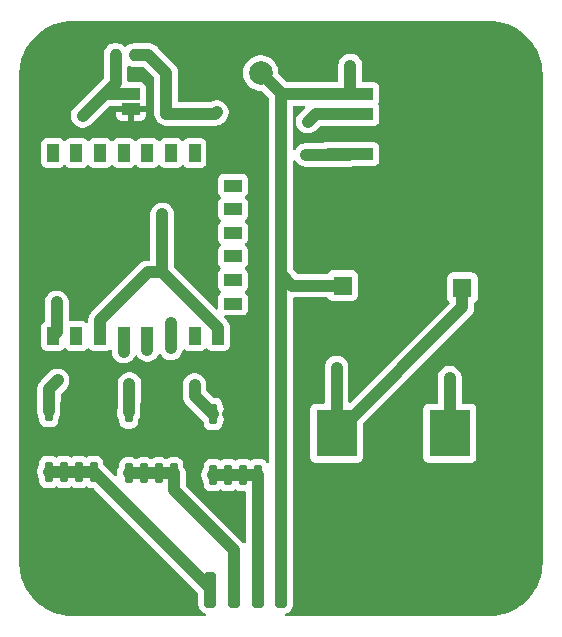
<source format=gbr>
%TF.GenerationSoftware,KiCad,Pcbnew,8.0.5*%
%TF.CreationDate,2025-06-15T17:11:27+02:00*%
%TF.ProjectId,leds,6c656473-2e6b-4696-9361-645f70636258,rev?*%
%TF.SameCoordinates,Original*%
%TF.FileFunction,Copper,L1,Top*%
%TF.FilePolarity,Positive*%
%FSLAX46Y46*%
G04 Gerber Fmt 4.6, Leading zero omitted, Abs format (unit mm)*
G04 Created by KiCad (PCBNEW 8.0.5) date 2025-06-15 17:11:27*
%MOMM*%
%LPD*%
G01*
G04 APERTURE LIST*
G04 Aperture macros list*
%AMRoundRect*
0 Rectangle with rounded corners*
0 $1 Rounding radius*
0 $2 $3 $4 $5 $6 $7 $8 $9 X,Y pos of 4 corners*
0 Add a 4 corners polygon primitive as box body*
4,1,4,$2,$3,$4,$5,$6,$7,$8,$9,$2,$3,0*
0 Add four circle primitives for the rounded corners*
1,1,$1+$1,$2,$3*
1,1,$1+$1,$4,$5*
1,1,$1+$1,$6,$7*
1,1,$1+$1,$8,$9*
0 Add four rect primitives between the rounded corners*
20,1,$1+$1,$2,$3,$4,$5,0*
20,1,$1+$1,$4,$5,$6,$7,0*
20,1,$1+$1,$6,$7,$8,$9,0*
20,1,$1+$1,$8,$9,$2,$3,0*%
G04 Aperture macros list end*
%TA.AperFunction,SMDPad,CuDef*%
%ADD10R,4.000000X1.020000*%
%TD*%
%TA.AperFunction,SMDPad,CuDef*%
%ADD11R,8.400000X10.000000*%
%TD*%
%TA.AperFunction,SMDPad,CuDef*%
%ADD12RoundRect,0.150000X-0.150000X0.725000X-0.150000X-0.725000X0.150000X-0.725000X0.150000X0.725000X0*%
%TD*%
%TA.AperFunction,SMDPad,CuDef*%
%ADD13RoundRect,0.200000X0.200000X0.275000X-0.200000X0.275000X-0.200000X-0.275000X0.200000X-0.275000X0*%
%TD*%
%TA.AperFunction,SMDPad,CuDef*%
%ADD14R,1.000000X1.500000*%
%TD*%
%TA.AperFunction,SMDPad,CuDef*%
%ADD15R,1.500000X1.000000*%
%TD*%
%TA.AperFunction,SMDPad,CuDef*%
%ADD16R,3.500000X4.000000*%
%TD*%
%TA.AperFunction,ComponentPad*%
%ADD17R,1.600000X1.600000*%
%TD*%
%TA.AperFunction,ComponentPad*%
%ADD18C,1.600000*%
%TD*%
%TA.AperFunction,SMDPad,CuDef*%
%ADD19RoundRect,0.250000X-0.250000X1.250000X-0.250000X-1.250000X0.250000X-1.250000X0.250000X1.250000X0*%
%TD*%
%TA.AperFunction,ComponentPad*%
%ADD20C,2.000000*%
%TD*%
%TA.AperFunction,ViaPad*%
%ADD21C,0.600000*%
%TD*%
%TA.AperFunction,Conductor*%
%ADD22C,1.000000*%
%TD*%
G04 APERTURE END LIST*
D10*
%TO.P,U3,1,VIN*%
%TO.N,Net-(P1-+)*%
X52300000Y-22650000D03*
%TO.P,U3,2,OUTPUT*%
%TO.N,Net-(U3-OUTPUT)*%
X52300000Y-24350000D03*
%TO.P,U3,3,GND*%
%TO.N,GND*%
X52300000Y-26050000D03*
%TO.P,U3,4,FB*%
%TO.N,Net-(U1-EN)*%
X52300000Y-27750000D03*
%TO.P,U3,5,~{ON}/OFF*%
%TO.N,GND*%
X52300000Y-29450000D03*
D11*
%TO.P,U3,6,GND*%
X63400000Y-26050000D03*
%TD*%
D12*
%TO.P,Q3,1,S*%
%TO.N,GND*%
X30625000Y-49515000D03*
%TO.P,Q3,2,S*%
X29355000Y-49515000D03*
%TO.P,Q3,3,S*%
X28085000Y-49515000D03*
%TO.P,Q3,4,G*%
%TO.N,Net-(Q3-G)*%
X26815000Y-49515000D03*
%TO.P,Q3,5,D*%
%TO.N,Net-(U2-B)*%
X26815000Y-54665000D03*
%TO.P,Q3,6,D*%
X28085000Y-54665000D03*
%TO.P,Q3,7,D*%
X29355000Y-54665000D03*
%TO.P,Q3,8,D*%
X30625000Y-54665000D03*
%TD*%
D13*
%TO.P,R1,1*%
%TO.N,Net-(U1-EN)*%
X34120000Y-19370000D03*
%TO.P,R1,2*%
%TO.N,Net-(JP1-B)*%
X32470000Y-19370000D03*
%TD*%
D14*
%TO.P,U1,1,RST*%
%TO.N,Net-(JP1-B)*%
X27150000Y-43170000D03*
%TO.P,U1,2,ADC*%
%TO.N,unconnected-(U1-ADC-Pad2)*%
X29150000Y-43170000D03*
%TO.P,U1,3,EN*%
%TO.N,Net-(U1-EN)*%
X31150000Y-43170000D03*
%TO.P,U1,4,IO16*%
%TO.N,Net-(Q3-G)*%
X33150000Y-43170000D03*
%TO.P,U1,5,IO14*%
%TO.N,Net-(Q2-G)*%
X35150000Y-43170000D03*
%TO.P,U1,6,IO12*%
%TO.N,Net-(Q1-G)*%
X37150000Y-43170000D03*
%TO.P,U1,7,IO13*%
%TO.N,unconnected-(U1-IO13-Pad7)*%
X39150000Y-43170000D03*
%TO.P,U1,8,VCC*%
%TO.N,Net-(U1-EN)*%
X41150000Y-43170000D03*
D15*
%TO.P,U1,9,CS0*%
%TO.N,unconnected-(U1-CS0-Pad9)*%
X42390000Y-40420000D03*
%TO.P,U1,10,MISO*%
%TO.N,unconnected-(U1-MISO-Pad10)*%
X42390000Y-38420000D03*
%TO.P,U1,11,IO9*%
%TO.N,unconnected-(U1-IO9-Pad11)*%
X42390000Y-36420000D03*
%TO.P,U1,12,IO10*%
%TO.N,unconnected-(U1-IO10-Pad12)*%
X42390000Y-34420000D03*
%TO.P,U1,13,MOSI*%
%TO.N,unconnected-(U1-MOSI-Pad13)*%
X42390000Y-32420000D03*
%TO.P,U1,14,SCLK*%
%TO.N,unconnected-(U1-SCLK-Pad14)*%
X42390000Y-30420000D03*
D14*
%TO.P,U1,15,GND*%
%TO.N,GND*%
X41150000Y-27670000D03*
%TO.P,U1,16,IO15*%
%TO.N,unconnected-(U1-IO15-Pad16)*%
X39150000Y-27670000D03*
%TO.P,U1,17,IO2*%
%TO.N,unconnected-(U1-IO2-Pad17)*%
X37150000Y-27670000D03*
%TO.P,U1,18,IO0*%
%TO.N,unconnected-(U1-IO0-Pad18)*%
X35150000Y-27670000D03*
%TO.P,U1,19,IO4*%
%TO.N,unconnected-(U1-IO4-Pad19)*%
X33150000Y-27670000D03*
%TO.P,U1,20,IO5*%
%TO.N,unconnected-(U1-IO5-Pad20)*%
X31150000Y-27670000D03*
%TO.P,U1,21,RXD*%
%TO.N,unconnected-(U1-RXD-Pad21)*%
X29150000Y-27670000D03*
%TO.P,U1,22,TXD*%
%TO.N,unconnected-(U1-TXD-Pad22)*%
X27150000Y-27670000D03*
%TD*%
D16*
%TO.P,L1,1,1*%
%TO.N,Net-(U3-OUTPUT)*%
X60770000Y-51390000D03*
%TO.P,L1,2,2*%
%TO.N,Net-(U1-EN)*%
X51170000Y-51390000D03*
%TD*%
D17*
%TO.P,C2,1*%
%TO.N,Net-(U1-EN)*%
X61820000Y-39080000D03*
D18*
%TO.P,C2,2*%
%TO.N,GND*%
X65320000Y-39080000D03*
%TD*%
D12*
%TO.P,Q1,1,S*%
%TO.N,GND*%
X44525000Y-49775000D03*
%TO.P,Q1,2,S*%
X43255000Y-49775000D03*
%TO.P,Q1,3,S*%
X41985000Y-49775000D03*
%TO.P,Q1,4,G*%
%TO.N,Net-(Q1-G)*%
X40715000Y-49775000D03*
%TO.P,Q1,5,D*%
%TO.N,Net-(U2-G)*%
X40715000Y-54925000D03*
%TO.P,Q1,6,D*%
X41985000Y-54925000D03*
%TO.P,Q1,7,D*%
X43255000Y-54925000D03*
%TO.P,Q1,8,D*%
X44525000Y-54925000D03*
%TD*%
D19*
%TO.P,U2,1,+24v*%
%TO.N,Net-(P1-+)*%
X46480000Y-64640000D03*
%TO.P,U2,2,G*%
%TO.N,Net-(U2-G)*%
X44480000Y-64640000D03*
%TO.P,U2,3,R*%
%TO.N,Net-(U2-R)*%
X42480000Y-64640000D03*
%TO.P,U2,4,B*%
%TO.N,Net-(U2-B)*%
X40480000Y-64640000D03*
%TD*%
D15*
%TO.P,JP1,1,A*%
%TO.N,GND*%
X33770000Y-23950000D03*
%TO.P,JP1,2,B*%
%TO.N,Net-(JP1-B)*%
X33770000Y-22650000D03*
%TD*%
D17*
%TO.P,C1,1*%
%TO.N,Net-(P1-+)*%
X51697349Y-38890000D03*
D18*
%TO.P,C1,2*%
%TO.N,GND*%
X55197349Y-38890000D03*
%TD*%
D12*
%TO.P,Q2,1,S*%
%TO.N,GND*%
X37390000Y-49630000D03*
%TO.P,Q2,2,S*%
X36120000Y-49630000D03*
%TO.P,Q2,3,S*%
X34850000Y-49630000D03*
%TO.P,Q2,4,G*%
%TO.N,Net-(Q2-G)*%
X33580000Y-49630000D03*
%TO.P,Q2,5,D*%
%TO.N,Net-(U2-R)*%
X33580000Y-54780000D03*
%TO.P,Q2,6,D*%
X34850000Y-54780000D03*
%TO.P,Q2,7,D*%
X36120000Y-54780000D03*
%TO.P,Q2,8,D*%
X37390000Y-54780000D03*
%TD*%
D20*
%TO.P,P1,1,-*%
%TO.N,GND*%
X39750000Y-20890000D03*
%TO.P,P1,2,+*%
%TO.N,Net-(P1-+)*%
X44750000Y-20890000D03*
%TD*%
D21*
%TO.N,Net-(P1-+)*%
X52330000Y-20270000D03*
%TO.N,Net-(U1-EN)*%
X48590000Y-27830000D03*
X36400000Y-32860000D03*
X41040000Y-24220000D03*
X48590000Y-27830000D03*
X51180000Y-45840000D03*
%TO.N,Net-(JP1-B)*%
X29690000Y-24520000D03*
X27490000Y-40320000D03*
%TO.N,Net-(U3-OUTPUT)*%
X60750000Y-46700000D03*
X48740000Y-25000000D03*
%TO.N,Net-(Q1-G)*%
X37150000Y-44210000D03*
X39150000Y-47330000D03*
%TO.N,Net-(Q2-G)*%
X35160000Y-44330000D03*
X33640000Y-47230000D03*
%TO.N,Net-(Q3-G)*%
X33160000Y-44480000D03*
X27560000Y-46920000D03*
%TD*%
D22*
%TO.N,Net-(P1-+)*%
X47440000Y-38890000D02*
X46480000Y-37930000D01*
X52300000Y-22650000D02*
X46510000Y-22650000D01*
X51697349Y-38890000D02*
X47440000Y-38890000D01*
X46480000Y-22620000D02*
X44750000Y-20890000D01*
X52300000Y-20300000D02*
X52330000Y-20270000D01*
X46480000Y-37930000D02*
X46480000Y-22620000D01*
X46510000Y-22650000D02*
X46480000Y-22620000D01*
X52300000Y-22650000D02*
X52300000Y-20300000D01*
X46480000Y-64640000D02*
X46480000Y-37930000D01*
%TO.N,GND*%
X37390000Y-46040000D02*
X37320000Y-45970000D01*
X42650000Y-27670000D02*
X41150000Y-27670000D01*
X30640000Y-45970000D02*
X30625000Y-45955000D01*
X44525000Y-49775000D02*
X41985000Y-49775000D01*
%TO.N,Net-(U1-EN)*%
X61820000Y-40740000D02*
X51170000Y-51390000D01*
X34120000Y-19370000D02*
X35250000Y-19370000D01*
X48590000Y-27830000D02*
X52220000Y-27830000D01*
X36410000Y-32870000D02*
X36400000Y-32860000D01*
X52220000Y-27830000D02*
X52300000Y-27750000D01*
X40920000Y-24340000D02*
X41040000Y-24220000D01*
X31150000Y-43170000D02*
X31150000Y-41810000D01*
X41150000Y-42520000D02*
X41150000Y-43170000D01*
X36410000Y-37780000D02*
X41150000Y-42520000D01*
X36750000Y-20870000D02*
X36750000Y-24340000D01*
X36750000Y-24340000D02*
X40920000Y-24340000D01*
X35250000Y-19370000D02*
X36750000Y-20870000D01*
X51170000Y-45850000D02*
X51180000Y-45840000D01*
X51170000Y-51390000D02*
X51170000Y-45850000D01*
X35180000Y-37780000D02*
X36410000Y-37780000D01*
X31150000Y-41810000D02*
X35180000Y-37780000D01*
X36410000Y-37780000D02*
X36410000Y-32870000D01*
X61820000Y-39080000D02*
X61820000Y-40740000D01*
%TO.N,Net-(JP1-B)*%
X27490000Y-40320000D02*
X27490000Y-42830000D01*
X27490000Y-42830000D02*
X27150000Y-43170000D01*
X32470000Y-19370000D02*
X32470000Y-21740000D01*
X31560000Y-22650000D02*
X29690000Y-24520000D01*
X33770000Y-22650000D02*
X31560000Y-22650000D01*
X32470000Y-21740000D02*
X31560000Y-22650000D01*
%TO.N,Net-(U3-OUTPUT)*%
X60770000Y-51390000D02*
X60770000Y-46720000D01*
X49390000Y-24350000D02*
X52300000Y-24350000D01*
X60770000Y-46720000D02*
X60750000Y-46700000D01*
X48740000Y-25000000D02*
X49390000Y-24350000D01*
%TO.N,Net-(U2-G)*%
X44480000Y-54970000D02*
X44525000Y-54925000D01*
X40715000Y-54925000D02*
X44525000Y-54925000D01*
X44480000Y-64640000D02*
X44480000Y-54970000D01*
%TO.N,Net-(Q1-G)*%
X39150000Y-48210000D02*
X40715000Y-49775000D01*
X37150000Y-43170000D02*
X37150000Y-42070000D01*
X37150000Y-43170000D02*
X37150000Y-44210000D01*
X39150000Y-47330000D02*
X39150000Y-48210000D01*
%TO.N,Net-(U2-R)*%
X37390000Y-56210000D02*
X42480000Y-61300000D01*
X42480000Y-61300000D02*
X42480000Y-64640000D01*
X33580000Y-54780000D02*
X37390000Y-54780000D01*
X37390000Y-54780000D02*
X37390000Y-56210000D01*
%TO.N,Net-(Q2-G)*%
X35150000Y-44320000D02*
X35160000Y-44330000D01*
X33640000Y-47230000D02*
X33640000Y-49570000D01*
X35150000Y-43170000D02*
X35150000Y-44320000D01*
X33640000Y-49570000D02*
X33580000Y-49630000D01*
%TO.N,Net-(U2-B)*%
X26815000Y-54665000D02*
X30625000Y-54665000D01*
X30625000Y-54665000D02*
X40480000Y-64520000D01*
X40480000Y-64520000D02*
X40480000Y-64640000D01*
%TO.N,Net-(Q3-G)*%
X27560000Y-46920000D02*
X26815000Y-47665000D01*
X33150000Y-44470000D02*
X33160000Y-44480000D01*
X33150000Y-43170000D02*
X33150000Y-44470000D01*
X26815000Y-47665000D02*
X26815000Y-49515000D01*
%TD*%
%TA.AperFunction,Conductor*%
%TO.N,GND*%
G36*
X64122702Y-16510617D02*
G01*
X64506771Y-16527386D01*
X64517506Y-16528326D01*
X64895971Y-16578152D01*
X64906597Y-16580025D01*
X65279284Y-16662648D01*
X65289710Y-16665442D01*
X65653765Y-16780227D01*
X65663911Y-16783920D01*
X66016578Y-16930000D01*
X66026369Y-16934566D01*
X66364942Y-17110816D01*
X66374310Y-17116224D01*
X66696244Y-17321318D01*
X66705105Y-17327523D01*
X67007930Y-17559889D01*
X67016217Y-17566843D01*
X67297635Y-17824715D01*
X67305284Y-17832364D01*
X67563156Y-18113782D01*
X67570110Y-18122069D01*
X67802476Y-18424894D01*
X67808681Y-18433755D01*
X68013775Y-18755689D01*
X68019183Y-18765057D01*
X68195430Y-19103623D01*
X68200002Y-19113427D01*
X68346075Y-19466078D01*
X68349775Y-19476244D01*
X68464554Y-19840278D01*
X68467354Y-19850727D01*
X68549971Y-20223389D01*
X68551849Y-20234042D01*
X68601671Y-20612473D01*
X68602614Y-20623249D01*
X68619382Y-21007297D01*
X68619500Y-21012706D01*
X68619500Y-62357293D01*
X68619382Y-62362702D01*
X68602614Y-62746750D01*
X68601671Y-62757526D01*
X68551849Y-63135957D01*
X68549971Y-63146610D01*
X68467354Y-63519272D01*
X68464554Y-63529721D01*
X68349775Y-63893755D01*
X68346075Y-63903921D01*
X68200002Y-64256572D01*
X68195430Y-64266376D01*
X68019183Y-64604942D01*
X68013775Y-64614310D01*
X67808681Y-64936244D01*
X67802476Y-64945105D01*
X67570110Y-65247930D01*
X67563156Y-65256217D01*
X67305284Y-65537635D01*
X67297635Y-65545284D01*
X67016217Y-65803156D01*
X67007930Y-65810110D01*
X66705105Y-66042476D01*
X66696244Y-66048681D01*
X66374310Y-66253775D01*
X66364942Y-66259183D01*
X66026376Y-66435430D01*
X66016572Y-66440002D01*
X65663921Y-66586075D01*
X65653755Y-66589775D01*
X65289721Y-66704554D01*
X65279272Y-66707354D01*
X64906610Y-66789971D01*
X64895957Y-66791849D01*
X64517526Y-66841671D01*
X64506750Y-66842614D01*
X64122703Y-66859382D01*
X64117294Y-66859500D01*
X46958634Y-66859500D01*
X46891595Y-66839815D01*
X46845840Y-66787011D01*
X46835896Y-66717853D01*
X46864921Y-66654297D01*
X46919629Y-66617794D01*
X47049334Y-66574814D01*
X47198656Y-66482712D01*
X47322712Y-66358656D01*
X47414814Y-66209334D01*
X47469999Y-66042797D01*
X47480500Y-65940009D01*
X47480500Y-64738541D01*
X47480500Y-49342135D01*
X48919500Y-49342135D01*
X48919500Y-53437870D01*
X48919501Y-53437876D01*
X48925908Y-53497483D01*
X48976202Y-53632328D01*
X48976206Y-53632335D01*
X49062452Y-53747544D01*
X49062455Y-53747547D01*
X49177664Y-53833793D01*
X49177671Y-53833797D01*
X49312517Y-53884091D01*
X49312516Y-53884091D01*
X49319444Y-53884835D01*
X49372127Y-53890500D01*
X52967872Y-53890499D01*
X53027483Y-53884091D01*
X53162331Y-53833796D01*
X53277546Y-53747546D01*
X53363796Y-53632331D01*
X53414091Y-53497483D01*
X53420500Y-53437873D01*
X53420499Y-50605780D01*
X53440184Y-50538742D01*
X53456813Y-50518105D01*
X54632783Y-49342135D01*
X58519500Y-49342135D01*
X58519500Y-53437870D01*
X58519501Y-53437876D01*
X58525908Y-53497483D01*
X58576202Y-53632328D01*
X58576206Y-53632335D01*
X58662452Y-53747544D01*
X58662455Y-53747547D01*
X58777664Y-53833793D01*
X58777671Y-53833797D01*
X58912517Y-53884091D01*
X58912516Y-53884091D01*
X58919444Y-53884835D01*
X58972127Y-53890500D01*
X62567872Y-53890499D01*
X62627483Y-53884091D01*
X62762331Y-53833796D01*
X62877546Y-53747546D01*
X62963796Y-53632331D01*
X63014091Y-53497483D01*
X63020500Y-53437873D01*
X63020499Y-49342128D01*
X63014091Y-49282517D01*
X62972938Y-49172181D01*
X62963797Y-49147671D01*
X62963793Y-49147664D01*
X62877547Y-49032455D01*
X62877544Y-49032452D01*
X62762335Y-48946206D01*
X62762328Y-48946202D01*
X62627482Y-48895908D01*
X62627483Y-48895908D01*
X62567883Y-48889501D01*
X62567881Y-48889500D01*
X62567873Y-48889500D01*
X62567865Y-48889500D01*
X61894500Y-48889500D01*
X61827461Y-48869815D01*
X61781706Y-48817011D01*
X61770500Y-48765500D01*
X61770500Y-46621457D01*
X61756854Y-46552860D01*
X61744450Y-46490500D01*
X61732051Y-46428164D01*
X61681989Y-46307304D01*
X61656632Y-46246086D01*
X61645550Y-46229500D01*
X61547139Y-46082217D01*
X61403460Y-45938538D01*
X61403439Y-45938519D01*
X61387783Y-45922862D01*
X61387780Y-45922860D01*
X61223920Y-45813372D01*
X61223910Y-45813367D01*
X61041836Y-45737949D01*
X61041828Y-45737947D01*
X60848543Y-45699500D01*
X60848540Y-45699500D01*
X60651460Y-45699500D01*
X60651457Y-45699500D01*
X60458171Y-45737947D01*
X60458163Y-45737949D01*
X60276089Y-45813367D01*
X60276079Y-45813372D01*
X60112219Y-45922860D01*
X60112215Y-45922863D01*
X59972863Y-46062215D01*
X59972860Y-46062219D01*
X59863372Y-46226079D01*
X59863367Y-46226089D01*
X59787949Y-46408163D01*
X59787947Y-46408171D01*
X59749500Y-46601455D01*
X59749500Y-46798542D01*
X59767117Y-46887105D01*
X59769500Y-46911297D01*
X59769500Y-48765500D01*
X59749815Y-48832539D01*
X59697011Y-48878294D01*
X59645500Y-48889500D01*
X58972129Y-48889500D01*
X58972123Y-48889501D01*
X58912516Y-48895908D01*
X58777671Y-48946202D01*
X58777664Y-48946206D01*
X58662455Y-49032452D01*
X58662452Y-49032455D01*
X58576206Y-49147664D01*
X58576202Y-49147671D01*
X58525908Y-49282517D01*
X58519926Y-49338164D01*
X58519501Y-49342123D01*
X58519500Y-49342135D01*
X54632783Y-49342135D01*
X62597139Y-41377782D01*
X62706631Y-41213915D01*
X62706632Y-41213914D01*
X62782051Y-41031835D01*
X62794252Y-40970500D01*
X62820500Y-40838541D01*
X62820500Y-40641460D01*
X62820500Y-40417180D01*
X62840185Y-40350141D01*
X62870187Y-40317914D01*
X62977546Y-40237546D01*
X63063796Y-40122331D01*
X63114091Y-39987483D01*
X63120500Y-39927873D01*
X63120499Y-38232128D01*
X63114091Y-38172517D01*
X63065459Y-38042129D01*
X63063797Y-38037671D01*
X63063793Y-38037664D01*
X62977547Y-37922455D01*
X62977544Y-37922452D01*
X62862335Y-37836206D01*
X62862328Y-37836202D01*
X62727482Y-37785908D01*
X62727483Y-37785908D01*
X62667883Y-37779501D01*
X62667881Y-37779500D01*
X62667873Y-37779500D01*
X62667864Y-37779500D01*
X60972129Y-37779500D01*
X60972123Y-37779501D01*
X60912516Y-37785908D01*
X60777671Y-37836202D01*
X60777664Y-37836206D01*
X60662455Y-37922452D01*
X60662452Y-37922455D01*
X60576206Y-38037664D01*
X60576202Y-38037671D01*
X60525908Y-38172517D01*
X60519501Y-38232116D01*
X60519501Y-38232123D01*
X60519500Y-38232135D01*
X60519500Y-39927870D01*
X60519501Y-39927876D01*
X60525908Y-39987483D01*
X60576202Y-40122328D01*
X60576206Y-40122335D01*
X60662452Y-40237544D01*
X60662453Y-40237544D01*
X60662454Y-40237546D01*
X60688052Y-40256708D01*
X60729922Y-40312639D01*
X60734908Y-40382331D01*
X60701423Y-40443654D01*
X60701422Y-40443655D01*
X52382181Y-48762897D01*
X52320858Y-48796382D01*
X52251166Y-48791398D01*
X52195233Y-48749526D01*
X52170816Y-48684062D01*
X52170500Y-48675216D01*
X52170500Y-46001024D01*
X52172883Y-45976831D01*
X52180500Y-45938541D01*
X52180500Y-45741457D01*
X52180499Y-45741455D01*
X52142052Y-45548171D01*
X52142051Y-45548164D01*
X52066631Y-45366086D01*
X52066629Y-45366083D01*
X52066627Y-45366079D01*
X51957139Y-45202219D01*
X51957136Y-45202215D01*
X51817784Y-45062863D01*
X51817780Y-45062860D01*
X51653920Y-44953372D01*
X51653910Y-44953367D01*
X51471836Y-44877949D01*
X51471828Y-44877947D01*
X51278543Y-44839500D01*
X51278540Y-44839500D01*
X51081460Y-44839500D01*
X51081457Y-44839500D01*
X50888171Y-44877947D01*
X50888163Y-44877949D01*
X50706089Y-44953367D01*
X50706079Y-44953372D01*
X50542222Y-45062858D01*
X50542214Y-45062865D01*
X50532221Y-45072858D01*
X50532218Y-45072861D01*
X50497298Y-45107781D01*
X50392859Y-45212219D01*
X50283371Y-45376080D01*
X50283364Y-45376092D01*
X50260187Y-45432051D01*
X50256045Y-45442052D01*
X50212092Y-45548164D01*
X50210020Y-45553164D01*
X50207949Y-45558164D01*
X50207946Y-45558175D01*
X50169500Y-45751454D01*
X50169500Y-48765500D01*
X50149815Y-48832539D01*
X50097011Y-48878294D01*
X50045500Y-48889500D01*
X49372129Y-48889500D01*
X49372123Y-48889501D01*
X49312516Y-48895908D01*
X49177671Y-48946202D01*
X49177664Y-48946206D01*
X49062455Y-49032452D01*
X49062452Y-49032455D01*
X48976206Y-49147664D01*
X48976202Y-49147671D01*
X48925908Y-49282517D01*
X48919926Y-49338164D01*
X48919501Y-49342123D01*
X48919500Y-49342135D01*
X47480500Y-49342135D01*
X47480500Y-40014500D01*
X47500185Y-39947461D01*
X47552989Y-39901706D01*
X47604500Y-39890500D01*
X50360169Y-39890500D01*
X50427208Y-39910185D01*
X50459434Y-39940187D01*
X50539803Y-40047546D01*
X50585992Y-40082123D01*
X50655013Y-40133793D01*
X50655020Y-40133797D01*
X50789866Y-40184091D01*
X50789865Y-40184091D01*
X50796793Y-40184835D01*
X50849476Y-40190500D01*
X52545221Y-40190499D01*
X52604832Y-40184091D01*
X52739680Y-40133796D01*
X52854895Y-40047546D01*
X52941145Y-39932331D01*
X52991440Y-39797483D01*
X52997849Y-39737873D01*
X52997848Y-38042128D01*
X52991440Y-37982517D01*
X52969038Y-37922455D01*
X52941146Y-37847671D01*
X52941142Y-37847664D01*
X52854896Y-37732455D01*
X52854893Y-37732452D01*
X52739684Y-37646206D01*
X52739677Y-37646202D01*
X52604831Y-37595908D01*
X52604832Y-37595908D01*
X52545232Y-37589501D01*
X52545230Y-37589500D01*
X52545222Y-37589500D01*
X52545213Y-37589500D01*
X50849478Y-37589500D01*
X50849472Y-37589501D01*
X50789865Y-37595908D01*
X50655020Y-37646202D01*
X50655013Y-37646206D01*
X50539805Y-37732452D01*
X50539804Y-37732453D01*
X50539803Y-37732454D01*
X50459436Y-37839811D01*
X50403502Y-37881682D01*
X50360169Y-37889500D01*
X47905782Y-37889500D01*
X47838743Y-37869815D01*
X47818101Y-37853181D01*
X47516819Y-37551899D01*
X47483334Y-37490576D01*
X47480500Y-37464218D01*
X47480500Y-28379142D01*
X47500185Y-28312103D01*
X47552989Y-28266348D01*
X47622147Y-28256404D01*
X47685703Y-28285429D01*
X47707602Y-28310251D01*
X47812860Y-28467782D01*
X47952214Y-28607136D01*
X47952218Y-28607139D01*
X48116079Y-28716628D01*
X48116092Y-28716635D01*
X48263149Y-28777547D01*
X48298165Y-28792051D01*
X48298169Y-28792051D01*
X48298170Y-28792052D01*
X48491456Y-28830500D01*
X48491459Y-28830500D01*
X52318542Y-28830500D01*
X52337870Y-28826655D01*
X52415188Y-28811275D01*
X52511836Y-28792051D01*
X52565221Y-28769937D01*
X52612673Y-28760499D01*
X54347871Y-28760499D01*
X54347872Y-28760499D01*
X54407483Y-28754091D01*
X54542331Y-28703796D01*
X54657546Y-28617546D01*
X54743796Y-28502331D01*
X54794091Y-28367483D01*
X54800500Y-28307873D01*
X54800499Y-27192128D01*
X54794091Y-27132517D01*
X54764381Y-27052861D01*
X54743797Y-26997671D01*
X54743793Y-26997664D01*
X54657547Y-26882455D01*
X54657544Y-26882452D01*
X54542335Y-26796206D01*
X54542328Y-26796202D01*
X54407482Y-26745908D01*
X54407483Y-26745908D01*
X54347883Y-26739501D01*
X54347881Y-26739500D01*
X54347873Y-26739500D01*
X54347864Y-26739500D01*
X50252129Y-26739500D01*
X50252123Y-26739501D01*
X50192516Y-26745908D01*
X50057671Y-26796202D01*
X50057664Y-26796206D01*
X50046229Y-26804767D01*
X49980765Y-26829184D01*
X49971919Y-26829500D01*
X48491457Y-26829500D01*
X48298170Y-26867947D01*
X48298160Y-26867950D01*
X48116092Y-26943364D01*
X48116079Y-26943371D01*
X47952218Y-27052860D01*
X47952214Y-27052863D01*
X47812863Y-27192214D01*
X47812860Y-27192218D01*
X47707602Y-27349748D01*
X47653990Y-27394553D01*
X47584665Y-27403260D01*
X47521637Y-27373105D01*
X47484918Y-27313662D01*
X47480500Y-27280857D01*
X47480500Y-23774500D01*
X47500185Y-23707461D01*
X47552989Y-23661706D01*
X47604500Y-23650500D01*
X48375217Y-23650500D01*
X48442256Y-23670185D01*
X48488011Y-23722989D01*
X48497955Y-23792147D01*
X48468930Y-23855703D01*
X48462898Y-23862181D01*
X47962863Y-24362215D01*
X47962860Y-24362219D01*
X47853372Y-24526079D01*
X47853367Y-24526089D01*
X47777949Y-24708163D01*
X47777947Y-24708171D01*
X47739500Y-24901455D01*
X47739500Y-25098544D01*
X47777947Y-25291828D01*
X47777949Y-25291836D01*
X47853367Y-25473910D01*
X47853372Y-25473920D01*
X47962860Y-25637780D01*
X47962863Y-25637784D01*
X48102215Y-25777136D01*
X48102219Y-25777139D01*
X48266079Y-25886627D01*
X48266083Y-25886629D01*
X48266086Y-25886631D01*
X48448164Y-25962051D01*
X48641455Y-26000499D01*
X48641458Y-26000500D01*
X48641460Y-26000500D01*
X48838542Y-26000500D01*
X48838543Y-26000499D01*
X49031836Y-25962051D01*
X49213914Y-25886631D01*
X49377781Y-25777139D01*
X49768101Y-25386819D01*
X49829424Y-25353334D01*
X49855782Y-25350500D01*
X50162868Y-25350500D01*
X50191380Y-25353822D01*
X50192510Y-25354088D01*
X50192517Y-25354091D01*
X50252127Y-25360500D01*
X54347872Y-25360499D01*
X54407483Y-25354091D01*
X54542331Y-25303796D01*
X54657546Y-25217546D01*
X54743796Y-25102331D01*
X54794091Y-24967483D01*
X54800500Y-24907873D01*
X54800499Y-23792128D01*
X54794091Y-23732517D01*
X54794091Y-23732516D01*
X54743797Y-23597670D01*
X54743796Y-23597669D01*
X54726311Y-23574313D01*
X54701892Y-23508849D01*
X54716742Y-23440576D01*
X54726311Y-23425687D01*
X54743796Y-23402331D01*
X54743856Y-23402172D01*
X54768880Y-23335076D01*
X54794091Y-23267483D01*
X54800500Y-23207873D01*
X54800499Y-22092128D01*
X54794091Y-22032517D01*
X54781119Y-21997738D01*
X54743797Y-21897671D01*
X54743793Y-21897664D01*
X54657547Y-21782455D01*
X54657544Y-21782452D01*
X54542335Y-21696206D01*
X54542328Y-21696202D01*
X54407482Y-21645908D01*
X54407483Y-21645908D01*
X54347883Y-21639501D01*
X54347881Y-21639500D01*
X54347873Y-21639500D01*
X54347865Y-21639500D01*
X53424500Y-21639500D01*
X53357461Y-21619815D01*
X53311706Y-21567011D01*
X53300500Y-21515500D01*
X53300500Y-20531571D01*
X53302883Y-20507379D01*
X53330500Y-20368543D01*
X53330500Y-20171457D01*
X53330499Y-20171455D01*
X53314866Y-20092862D01*
X53292051Y-19978165D01*
X53229060Y-19826093D01*
X53216632Y-19796088D01*
X53216627Y-19796079D01*
X53107139Y-19632219D01*
X53107136Y-19632215D01*
X52967784Y-19492863D01*
X52967780Y-19492860D01*
X52803920Y-19383372D01*
X52803911Y-19383367D01*
X52621835Y-19307949D01*
X52621827Y-19307947D01*
X52428543Y-19269500D01*
X52428540Y-19269500D01*
X52231459Y-19269500D01*
X52231456Y-19269500D01*
X52038171Y-19307947D01*
X52038163Y-19307949D01*
X51856087Y-19383367D01*
X51856078Y-19383372D01*
X51692216Y-19492862D01*
X51692211Y-19492866D01*
X51644780Y-19540296D01*
X51644776Y-19540302D01*
X51522863Y-19662214D01*
X51522860Y-19662217D01*
X51413371Y-19826080D01*
X51413364Y-19826093D01*
X51368418Y-19934606D01*
X51338146Y-20007690D01*
X51338109Y-20007779D01*
X51337952Y-20008156D01*
X51337947Y-20008173D01*
X51299500Y-20201456D01*
X51299500Y-21515500D01*
X51279815Y-21582539D01*
X51227011Y-21628294D01*
X51175500Y-21639500D01*
X50252129Y-21639500D01*
X50252123Y-21639501D01*
X50192516Y-21645908D01*
X50191382Y-21646177D01*
X50162867Y-21649500D01*
X46975783Y-21649500D01*
X46908744Y-21629815D01*
X46888102Y-21613181D01*
X46289342Y-21014422D01*
X46255857Y-20953099D01*
X46253447Y-20916499D01*
X46255643Y-20890003D01*
X46255643Y-20889995D01*
X46235109Y-20642187D01*
X46235107Y-20642175D01*
X46174063Y-20401118D01*
X46074173Y-20173393D01*
X45938166Y-19965217D01*
X45832770Y-19850727D01*
X45769744Y-19782262D01*
X45573509Y-19629526D01*
X45573507Y-19629525D01*
X45573506Y-19629524D01*
X45354811Y-19511172D01*
X45354802Y-19511169D01*
X45119616Y-19430429D01*
X44874335Y-19389500D01*
X44625665Y-19389500D01*
X44380383Y-19430429D01*
X44145197Y-19511169D01*
X44145188Y-19511172D01*
X43926493Y-19629524D01*
X43730257Y-19782261D01*
X43561833Y-19965217D01*
X43425826Y-20173393D01*
X43325936Y-20401118D01*
X43264892Y-20642175D01*
X43264890Y-20642187D01*
X43244357Y-20889994D01*
X43244357Y-20890005D01*
X43264890Y-21137812D01*
X43264892Y-21137824D01*
X43325936Y-21378881D01*
X43425826Y-21606606D01*
X43561833Y-21814782D01*
X43561836Y-21814785D01*
X43730256Y-21997738D01*
X43926491Y-22150474D01*
X44145190Y-22268828D01*
X44380386Y-22349571D01*
X44625665Y-22390500D01*
X44784218Y-22390500D01*
X44851257Y-22410185D01*
X44871899Y-22426819D01*
X45443181Y-22998101D01*
X45476666Y-23059424D01*
X45479500Y-23085782D01*
X45479500Y-53829176D01*
X45459815Y-53896215D01*
X45407011Y-53941970D01*
X45337853Y-53951914D01*
X45274297Y-53922889D01*
X45248768Y-53892297D01*
X45216320Y-53837431D01*
X45193081Y-53798135D01*
X45193079Y-53798133D01*
X45193076Y-53798129D01*
X45076870Y-53681923D01*
X45076862Y-53681917D01*
X44993011Y-53632328D01*
X44935398Y-53598256D01*
X44935397Y-53598255D01*
X44935396Y-53598255D01*
X44935393Y-53598254D01*
X44777573Y-53552402D01*
X44777567Y-53552401D01*
X44740701Y-53549500D01*
X44740694Y-53549500D01*
X44309306Y-53549500D01*
X44309298Y-53549500D01*
X44272432Y-53552401D01*
X44272426Y-53552402D01*
X44114606Y-53598254D01*
X44114603Y-53598255D01*
X43973137Y-53681917D01*
X43966969Y-53686702D01*
X43965072Y-53684256D01*
X43916358Y-53710857D01*
X43846666Y-53705873D01*
X43814296Y-53685069D01*
X43813031Y-53686702D01*
X43806862Y-53681917D01*
X43723011Y-53632328D01*
X43665398Y-53598256D01*
X43665397Y-53598255D01*
X43665396Y-53598255D01*
X43665393Y-53598254D01*
X43507573Y-53552402D01*
X43507567Y-53552401D01*
X43470701Y-53549500D01*
X43470694Y-53549500D01*
X43039306Y-53549500D01*
X43039298Y-53549500D01*
X43002432Y-53552401D01*
X43002426Y-53552402D01*
X42844606Y-53598254D01*
X42844603Y-53598255D01*
X42703137Y-53681917D01*
X42696969Y-53686702D01*
X42695072Y-53684256D01*
X42646358Y-53710857D01*
X42576666Y-53705873D01*
X42544296Y-53685069D01*
X42543031Y-53686702D01*
X42536862Y-53681917D01*
X42453011Y-53632328D01*
X42395398Y-53598256D01*
X42395397Y-53598255D01*
X42395396Y-53598255D01*
X42395393Y-53598254D01*
X42237573Y-53552402D01*
X42237567Y-53552401D01*
X42200701Y-53549500D01*
X42200694Y-53549500D01*
X41769306Y-53549500D01*
X41769298Y-53549500D01*
X41732432Y-53552401D01*
X41732426Y-53552402D01*
X41574606Y-53598254D01*
X41574603Y-53598255D01*
X41433137Y-53681917D01*
X41426969Y-53686702D01*
X41425072Y-53684256D01*
X41376358Y-53710857D01*
X41306666Y-53705873D01*
X41274296Y-53685069D01*
X41273031Y-53686702D01*
X41266862Y-53681917D01*
X41183011Y-53632328D01*
X41125398Y-53598256D01*
X41125397Y-53598255D01*
X41125396Y-53598255D01*
X41125393Y-53598254D01*
X40967573Y-53552402D01*
X40967567Y-53552401D01*
X40930701Y-53549500D01*
X40930694Y-53549500D01*
X40499306Y-53549500D01*
X40499298Y-53549500D01*
X40462432Y-53552401D01*
X40462426Y-53552402D01*
X40304606Y-53598254D01*
X40304603Y-53598255D01*
X40163137Y-53681917D01*
X40163129Y-53681923D01*
X40046923Y-53798129D01*
X40046917Y-53798137D01*
X39963255Y-53939603D01*
X39963254Y-53939606D01*
X39917402Y-54097426D01*
X39917401Y-54097432D01*
X39914500Y-54134298D01*
X39914500Y-54284565D01*
X39894815Y-54351604D01*
X39893602Y-54353456D01*
X39828366Y-54451088D01*
X39752950Y-54633160D01*
X39752947Y-54633170D01*
X39714500Y-54826456D01*
X39714500Y-54826459D01*
X39714500Y-55023541D01*
X39714500Y-55023543D01*
X39714499Y-55023543D01*
X39752947Y-55216829D01*
X39752950Y-55216839D01*
X39828364Y-55398907D01*
X39828371Y-55398919D01*
X39893602Y-55496543D01*
X39914480Y-55563220D01*
X39914500Y-55565434D01*
X39914500Y-55715701D01*
X39917401Y-55752567D01*
X39917402Y-55752573D01*
X39963254Y-55910393D01*
X39963255Y-55910396D01*
X40046917Y-56051862D01*
X40046923Y-56051870D01*
X40163129Y-56168076D01*
X40163133Y-56168079D01*
X40163135Y-56168081D01*
X40304602Y-56251744D01*
X40346224Y-56263836D01*
X40462426Y-56297597D01*
X40462429Y-56297597D01*
X40462431Y-56297598D01*
X40499306Y-56300500D01*
X40499314Y-56300500D01*
X40930686Y-56300500D01*
X40930694Y-56300500D01*
X40967569Y-56297598D01*
X40967571Y-56297597D01*
X40967573Y-56297597D01*
X41029862Y-56279500D01*
X41125398Y-56251744D01*
X41266865Y-56168081D01*
X41266870Y-56168075D01*
X41273031Y-56163298D01*
X41274933Y-56165750D01*
X41323579Y-56139155D01*
X41393274Y-56144104D01*
X41425695Y-56164940D01*
X41426969Y-56163298D01*
X41433132Y-56168078D01*
X41433135Y-56168081D01*
X41574602Y-56251744D01*
X41616224Y-56263836D01*
X41732426Y-56297597D01*
X41732429Y-56297597D01*
X41732431Y-56297598D01*
X41769306Y-56300500D01*
X41769314Y-56300500D01*
X42200686Y-56300500D01*
X42200694Y-56300500D01*
X42237569Y-56297598D01*
X42237571Y-56297597D01*
X42237573Y-56297597D01*
X42299862Y-56279500D01*
X42395398Y-56251744D01*
X42536865Y-56168081D01*
X42536870Y-56168075D01*
X42543031Y-56163298D01*
X42544933Y-56165750D01*
X42593579Y-56139155D01*
X42663274Y-56144104D01*
X42695695Y-56164940D01*
X42696969Y-56163298D01*
X42703132Y-56168078D01*
X42703135Y-56168081D01*
X42844602Y-56251744D01*
X42886224Y-56263836D01*
X43002426Y-56297597D01*
X43002429Y-56297597D01*
X43002431Y-56297598D01*
X43039306Y-56300500D01*
X43039314Y-56300500D01*
X43355500Y-56300500D01*
X43422539Y-56320185D01*
X43468294Y-56372989D01*
X43479500Y-56424500D01*
X43479500Y-60586608D01*
X43459815Y-60653647D01*
X43407011Y-60699402D01*
X43337853Y-60709346D01*
X43274297Y-60680321D01*
X43259648Y-60665275D01*
X43257134Y-60662212D01*
X43114686Y-60519764D01*
X43114655Y-60519735D01*
X38426819Y-55831899D01*
X38393334Y-55770576D01*
X38390500Y-55744218D01*
X38390500Y-54681456D01*
X38352052Y-54488170D01*
X38352051Y-54488169D01*
X38352051Y-54488165D01*
X38336693Y-54451088D01*
X38276633Y-54306088D01*
X38211398Y-54208456D01*
X38190520Y-54141778D01*
X38190500Y-54139565D01*
X38190500Y-53989313D01*
X38190499Y-53989298D01*
X38187598Y-53952432D01*
X38187597Y-53952426D01*
X38141745Y-53794606D01*
X38141744Y-53794603D01*
X38141744Y-53794602D01*
X38058081Y-53653135D01*
X38058079Y-53653133D01*
X38058076Y-53653129D01*
X37941870Y-53536923D01*
X37941862Y-53536917D01*
X37800396Y-53453255D01*
X37800393Y-53453254D01*
X37642573Y-53407402D01*
X37642567Y-53407401D01*
X37605701Y-53404500D01*
X37605694Y-53404500D01*
X37174306Y-53404500D01*
X37174298Y-53404500D01*
X37137432Y-53407401D01*
X37137426Y-53407402D01*
X36979606Y-53453254D01*
X36979603Y-53453255D01*
X36838137Y-53536917D01*
X36831969Y-53541702D01*
X36830072Y-53539256D01*
X36781358Y-53565857D01*
X36711666Y-53560873D01*
X36679296Y-53540069D01*
X36678031Y-53541702D01*
X36671862Y-53536917D01*
X36530396Y-53453255D01*
X36530393Y-53453254D01*
X36372573Y-53407402D01*
X36372567Y-53407401D01*
X36335701Y-53404500D01*
X36335694Y-53404500D01*
X35904306Y-53404500D01*
X35904298Y-53404500D01*
X35867432Y-53407401D01*
X35867426Y-53407402D01*
X35709606Y-53453254D01*
X35709603Y-53453255D01*
X35568137Y-53536917D01*
X35561969Y-53541702D01*
X35560072Y-53539256D01*
X35511358Y-53565857D01*
X35441666Y-53560873D01*
X35409296Y-53540069D01*
X35408031Y-53541702D01*
X35401862Y-53536917D01*
X35260396Y-53453255D01*
X35260393Y-53453254D01*
X35102573Y-53407402D01*
X35102567Y-53407401D01*
X35065701Y-53404500D01*
X35065694Y-53404500D01*
X34634306Y-53404500D01*
X34634298Y-53404500D01*
X34597432Y-53407401D01*
X34597426Y-53407402D01*
X34439606Y-53453254D01*
X34439603Y-53453255D01*
X34298137Y-53536917D01*
X34291969Y-53541702D01*
X34290072Y-53539256D01*
X34241358Y-53565857D01*
X34171666Y-53560873D01*
X34139296Y-53540069D01*
X34138031Y-53541702D01*
X34131862Y-53536917D01*
X33990396Y-53453255D01*
X33990393Y-53453254D01*
X33832573Y-53407402D01*
X33832567Y-53407401D01*
X33795701Y-53404500D01*
X33795694Y-53404500D01*
X33364306Y-53404500D01*
X33364298Y-53404500D01*
X33327432Y-53407401D01*
X33327426Y-53407402D01*
X33169606Y-53453254D01*
X33169603Y-53453255D01*
X33028137Y-53536917D01*
X33028129Y-53536923D01*
X32911923Y-53653129D01*
X32911917Y-53653137D01*
X32828255Y-53794603D01*
X32828254Y-53794606D01*
X32782402Y-53952426D01*
X32782401Y-53952432D01*
X32779500Y-53989298D01*
X32779500Y-54139565D01*
X32759815Y-54206604D01*
X32758602Y-54208456D01*
X32693366Y-54306088D01*
X32617950Y-54488160D01*
X32617947Y-54488170D01*
X32579500Y-54681456D01*
X32579500Y-54878543D01*
X32580709Y-54884623D01*
X32574477Y-54954214D01*
X32531611Y-55009389D01*
X32465720Y-55032630D01*
X32397724Y-55016558D01*
X32371409Y-54996488D01*
X31461819Y-54086898D01*
X31428334Y-54025575D01*
X31425500Y-53999217D01*
X31425500Y-53874313D01*
X31425499Y-53874298D01*
X31422598Y-53837432D01*
X31422597Y-53837426D01*
X31388836Y-53721224D01*
X31376744Y-53679602D01*
X31293081Y-53538135D01*
X31293079Y-53538133D01*
X31293076Y-53538129D01*
X31176870Y-53421923D01*
X31176862Y-53421917D01*
X31035396Y-53338255D01*
X31035393Y-53338254D01*
X30877573Y-53292402D01*
X30877567Y-53292401D01*
X30840701Y-53289500D01*
X30840694Y-53289500D01*
X30409306Y-53289500D01*
X30409298Y-53289500D01*
X30372432Y-53292401D01*
X30372426Y-53292402D01*
X30214606Y-53338254D01*
X30214603Y-53338255D01*
X30073137Y-53421917D01*
X30066969Y-53426702D01*
X30065072Y-53424256D01*
X30016358Y-53450857D01*
X29946666Y-53445873D01*
X29914296Y-53425069D01*
X29913031Y-53426702D01*
X29906862Y-53421917D01*
X29765396Y-53338255D01*
X29765393Y-53338254D01*
X29607573Y-53292402D01*
X29607567Y-53292401D01*
X29570701Y-53289500D01*
X29570694Y-53289500D01*
X29139306Y-53289500D01*
X29139298Y-53289500D01*
X29102432Y-53292401D01*
X29102426Y-53292402D01*
X28944606Y-53338254D01*
X28944603Y-53338255D01*
X28803137Y-53421917D01*
X28796969Y-53426702D01*
X28795072Y-53424256D01*
X28746358Y-53450857D01*
X28676666Y-53445873D01*
X28644296Y-53425069D01*
X28643031Y-53426702D01*
X28636862Y-53421917D01*
X28495396Y-53338255D01*
X28495393Y-53338254D01*
X28337573Y-53292402D01*
X28337567Y-53292401D01*
X28300701Y-53289500D01*
X28300694Y-53289500D01*
X27869306Y-53289500D01*
X27869298Y-53289500D01*
X27832432Y-53292401D01*
X27832426Y-53292402D01*
X27674606Y-53338254D01*
X27674603Y-53338255D01*
X27533137Y-53421917D01*
X27526969Y-53426702D01*
X27525072Y-53424256D01*
X27476358Y-53450857D01*
X27406666Y-53445873D01*
X27374296Y-53425069D01*
X27373031Y-53426702D01*
X27366862Y-53421917D01*
X27225396Y-53338255D01*
X27225393Y-53338254D01*
X27067573Y-53292402D01*
X27067567Y-53292401D01*
X27030701Y-53289500D01*
X27030694Y-53289500D01*
X26599306Y-53289500D01*
X26599298Y-53289500D01*
X26562432Y-53292401D01*
X26562426Y-53292402D01*
X26404606Y-53338254D01*
X26404603Y-53338255D01*
X26263137Y-53421917D01*
X26263129Y-53421923D01*
X26146923Y-53538129D01*
X26146917Y-53538137D01*
X26063255Y-53679603D01*
X26063254Y-53679606D01*
X26017402Y-53837426D01*
X26017401Y-53837432D01*
X26014500Y-53874298D01*
X26014500Y-54024565D01*
X25994815Y-54091604D01*
X25993602Y-54093456D01*
X25928366Y-54191088D01*
X25852950Y-54373160D01*
X25852947Y-54373170D01*
X25814500Y-54566456D01*
X25814500Y-54566459D01*
X25814500Y-54763541D01*
X25814500Y-54763543D01*
X25814499Y-54763543D01*
X25852947Y-54956829D01*
X25852950Y-54956839D01*
X25928364Y-55138907D01*
X25928371Y-55138919D01*
X25993602Y-55236543D01*
X26014480Y-55303220D01*
X26014500Y-55305434D01*
X26014500Y-55455701D01*
X26017401Y-55492567D01*
X26017402Y-55492573D01*
X26063254Y-55650393D01*
X26063255Y-55650396D01*
X26146917Y-55791862D01*
X26146923Y-55791870D01*
X26263129Y-55908076D01*
X26263133Y-55908079D01*
X26263135Y-55908081D01*
X26404602Y-55991744D01*
X26412901Y-55994155D01*
X26562426Y-56037597D01*
X26562429Y-56037597D01*
X26562431Y-56037598D01*
X26599306Y-56040500D01*
X26599314Y-56040500D01*
X27030686Y-56040500D01*
X27030694Y-56040500D01*
X27067569Y-56037598D01*
X27067571Y-56037597D01*
X27067573Y-56037597D01*
X27117536Y-56023081D01*
X27225398Y-55991744D01*
X27366865Y-55908081D01*
X27366870Y-55908075D01*
X27373031Y-55903298D01*
X27374933Y-55905750D01*
X27423579Y-55879155D01*
X27493274Y-55884104D01*
X27525695Y-55904940D01*
X27526969Y-55903298D01*
X27533132Y-55908078D01*
X27533135Y-55908081D01*
X27674602Y-55991744D01*
X27682901Y-55994155D01*
X27832426Y-56037597D01*
X27832429Y-56037597D01*
X27832431Y-56037598D01*
X27869306Y-56040500D01*
X27869314Y-56040500D01*
X28300686Y-56040500D01*
X28300694Y-56040500D01*
X28337569Y-56037598D01*
X28337571Y-56037597D01*
X28337573Y-56037597D01*
X28387536Y-56023081D01*
X28495398Y-55991744D01*
X28636865Y-55908081D01*
X28636870Y-55908075D01*
X28643031Y-55903298D01*
X28644933Y-55905750D01*
X28693579Y-55879155D01*
X28763274Y-55884104D01*
X28795695Y-55904940D01*
X28796969Y-55903298D01*
X28803132Y-55908078D01*
X28803135Y-55908081D01*
X28944602Y-55991744D01*
X28952901Y-55994155D01*
X29102426Y-56037597D01*
X29102429Y-56037597D01*
X29102431Y-56037598D01*
X29139306Y-56040500D01*
X29139314Y-56040500D01*
X29570686Y-56040500D01*
X29570694Y-56040500D01*
X29607569Y-56037598D01*
X29607571Y-56037597D01*
X29607573Y-56037597D01*
X29657536Y-56023081D01*
X29765398Y-55991744D01*
X29906865Y-55908081D01*
X29906870Y-55908075D01*
X29913031Y-55903298D01*
X29914933Y-55905750D01*
X29963579Y-55879155D01*
X30033274Y-55884104D01*
X30065695Y-55904940D01*
X30066969Y-55903298D01*
X30073132Y-55908078D01*
X30073135Y-55908081D01*
X30214602Y-55991744D01*
X30222901Y-55994155D01*
X30372426Y-56037597D01*
X30372429Y-56037597D01*
X30372431Y-56037598D01*
X30409306Y-56040500D01*
X30534218Y-56040500D01*
X30601257Y-56060185D01*
X30621899Y-56076819D01*
X39443181Y-64898102D01*
X39476666Y-64959425D01*
X39479500Y-64985783D01*
X39479500Y-65940001D01*
X39479501Y-65940019D01*
X39490000Y-66042796D01*
X39490001Y-66042799D01*
X39545185Y-66209331D01*
X39545187Y-66209336D01*
X39556719Y-66228032D01*
X39637288Y-66358656D01*
X39761344Y-66482712D01*
X39910666Y-66574814D01*
X40040373Y-66617794D01*
X40097817Y-66657567D01*
X40124640Y-66722082D01*
X40112325Y-66790858D01*
X40064782Y-66842058D01*
X40001368Y-66859500D01*
X28812706Y-66859500D01*
X28807297Y-66859382D01*
X28423249Y-66842614D01*
X28412473Y-66841671D01*
X28034042Y-66791849D01*
X28023389Y-66789971D01*
X27650727Y-66707354D01*
X27640278Y-66704554D01*
X27276244Y-66589775D01*
X27266078Y-66586075D01*
X26913427Y-66440002D01*
X26903623Y-66435430D01*
X26565057Y-66259183D01*
X26555689Y-66253775D01*
X26233755Y-66048681D01*
X26224894Y-66042476D01*
X25922069Y-65810110D01*
X25913782Y-65803156D01*
X25632364Y-65545284D01*
X25624715Y-65537635D01*
X25366843Y-65256217D01*
X25359889Y-65247930D01*
X25127523Y-64945105D01*
X25121318Y-64936244D01*
X24916224Y-64614310D01*
X24910816Y-64604942D01*
X24734569Y-64266376D01*
X24729997Y-64256572D01*
X24583924Y-63903921D01*
X24580224Y-63893755D01*
X24465442Y-63529710D01*
X24462648Y-63519284D01*
X24380025Y-63146597D01*
X24378152Y-63135971D01*
X24328326Y-62757506D01*
X24327386Y-62746771D01*
X24310618Y-62362702D01*
X24310500Y-62357293D01*
X24310500Y-49613543D01*
X25814499Y-49613543D01*
X25852947Y-49806829D01*
X25852950Y-49806839D01*
X25928364Y-49988907D01*
X25928371Y-49988919D01*
X25993602Y-50086543D01*
X26014480Y-50153220D01*
X26014500Y-50155434D01*
X26014500Y-50305701D01*
X26017401Y-50342567D01*
X26017402Y-50342573D01*
X26063254Y-50500393D01*
X26063255Y-50500396D01*
X26063256Y-50500398D01*
X26095204Y-50554420D01*
X26146917Y-50641862D01*
X26146923Y-50641870D01*
X26263129Y-50758076D01*
X26263133Y-50758079D01*
X26263135Y-50758081D01*
X26404602Y-50841744D01*
X26446224Y-50853836D01*
X26562426Y-50887597D01*
X26562429Y-50887597D01*
X26562431Y-50887598D01*
X26599306Y-50890500D01*
X26599314Y-50890500D01*
X27030686Y-50890500D01*
X27030694Y-50890500D01*
X27067569Y-50887598D01*
X27067571Y-50887597D01*
X27067573Y-50887597D01*
X27117536Y-50873081D01*
X27225398Y-50841744D01*
X27366865Y-50758081D01*
X27483081Y-50641865D01*
X27566744Y-50500398D01*
X27612598Y-50342569D01*
X27615500Y-50305694D01*
X27615500Y-50155434D01*
X27635185Y-50088395D01*
X27636398Y-50086543D01*
X27664882Y-50043914D01*
X27701632Y-49988914D01*
X27777051Y-49806835D01*
X27792625Y-49728540D01*
X27815500Y-49613543D01*
X27815500Y-49531455D01*
X32579500Y-49531455D01*
X32579500Y-49728544D01*
X32617947Y-49921828D01*
X32617949Y-49921836D01*
X32693367Y-50103910D01*
X32693372Y-50103920D01*
X32758602Y-50201542D01*
X32779480Y-50268219D01*
X32779500Y-50270433D01*
X32779500Y-50420701D01*
X32782401Y-50457567D01*
X32782402Y-50457573D01*
X32828254Y-50615393D01*
X32828255Y-50615396D01*
X32828256Y-50615398D01*
X32865681Y-50678681D01*
X32911917Y-50756862D01*
X32911923Y-50756870D01*
X33028129Y-50873076D01*
X33028133Y-50873079D01*
X33028135Y-50873081D01*
X33169602Y-50956744D01*
X33211224Y-50968836D01*
X33327426Y-51002597D01*
X33327429Y-51002597D01*
X33327431Y-51002598D01*
X33364306Y-51005500D01*
X33364314Y-51005500D01*
X33795686Y-51005500D01*
X33795694Y-51005500D01*
X33832569Y-51002598D01*
X33832571Y-51002597D01*
X33832573Y-51002597D01*
X33874191Y-50990505D01*
X33990398Y-50956744D01*
X34131865Y-50873081D01*
X34248081Y-50756865D01*
X34331744Y-50615398D01*
X34377598Y-50457569D01*
X34380500Y-50420694D01*
X34380500Y-50295783D01*
X34400185Y-50228744D01*
X34413278Y-50212496D01*
X34413274Y-50212492D01*
X34413725Y-50211941D01*
X34416823Y-50208097D01*
X34417139Y-50207782D01*
X34526632Y-50043914D01*
X34602051Y-49861835D01*
X34628565Y-49728544D01*
X34640500Y-49668543D01*
X34640500Y-48308543D01*
X38149499Y-48308543D01*
X38187947Y-48501829D01*
X38187950Y-48501839D01*
X38263364Y-48683907D01*
X38263371Y-48683920D01*
X38372860Y-48847781D01*
X38372863Y-48847785D01*
X38516537Y-48991459D01*
X38516559Y-48991479D01*
X39878181Y-50353101D01*
X39911666Y-50414424D01*
X39914500Y-50440782D01*
X39914500Y-50565701D01*
X39917401Y-50602567D01*
X39917402Y-50602573D01*
X39963254Y-50760393D01*
X39963255Y-50760396D01*
X40046917Y-50901862D01*
X40046923Y-50901870D01*
X40163129Y-51018076D01*
X40163133Y-51018079D01*
X40163135Y-51018081D01*
X40304602Y-51101744D01*
X40346224Y-51113836D01*
X40462426Y-51147597D01*
X40462429Y-51147597D01*
X40462431Y-51147598D01*
X40499306Y-51150500D01*
X40499314Y-51150500D01*
X40930686Y-51150500D01*
X40930694Y-51150500D01*
X40967569Y-51147598D01*
X40967571Y-51147597D01*
X40967573Y-51147597D01*
X41009191Y-51135505D01*
X41125398Y-51101744D01*
X41266865Y-51018081D01*
X41383081Y-50901865D01*
X41466744Y-50760398D01*
X41512598Y-50602569D01*
X41515500Y-50565694D01*
X41515500Y-50415433D01*
X41535185Y-50348394D01*
X41536398Y-50346542D01*
X41601627Y-50248920D01*
X41601627Y-50248919D01*
X41601631Y-50248914D01*
X41677051Y-50066836D01*
X41715500Y-49873540D01*
X41715500Y-49676460D01*
X41715500Y-49676457D01*
X41715499Y-49676455D01*
X41702985Y-49613543D01*
X41677051Y-49483164D01*
X41601631Y-49301086D01*
X41536397Y-49203456D01*
X41515520Y-49136780D01*
X41515500Y-49134567D01*
X41515500Y-48984313D01*
X41515499Y-48984298D01*
X41512598Y-48947432D01*
X41512597Y-48947426D01*
X41466745Y-48789606D01*
X41466744Y-48789603D01*
X41466744Y-48789602D01*
X41383081Y-48648135D01*
X41383079Y-48648133D01*
X41383076Y-48648129D01*
X41266870Y-48531923D01*
X41266862Y-48531917D01*
X41125396Y-48448255D01*
X41125393Y-48448254D01*
X40967573Y-48402402D01*
X40967567Y-48402401D01*
X40930701Y-48399500D01*
X40930694Y-48399500D01*
X40805782Y-48399500D01*
X40738743Y-48379815D01*
X40718101Y-48363181D01*
X40186819Y-47831899D01*
X40153334Y-47770576D01*
X40150500Y-47744218D01*
X40150500Y-47231456D01*
X40112052Y-47038170D01*
X40112051Y-47038169D01*
X40112051Y-47038165D01*
X40049794Y-46887861D01*
X40036635Y-46856092D01*
X40036628Y-46856079D01*
X39927139Y-46692218D01*
X39927136Y-46692214D01*
X39787785Y-46552863D01*
X39787781Y-46552860D01*
X39623920Y-46443371D01*
X39623907Y-46443364D01*
X39441839Y-46367950D01*
X39441829Y-46367947D01*
X39248543Y-46329500D01*
X39248541Y-46329500D01*
X39051459Y-46329500D01*
X39051457Y-46329500D01*
X38858170Y-46367947D01*
X38858160Y-46367950D01*
X38676092Y-46443364D01*
X38676079Y-46443371D01*
X38512218Y-46552860D01*
X38512214Y-46552863D01*
X38372863Y-46692214D01*
X38372860Y-46692218D01*
X38263371Y-46856079D01*
X38263364Y-46856092D01*
X38187950Y-47038160D01*
X38187947Y-47038170D01*
X38149500Y-47231456D01*
X38149500Y-47231459D01*
X38149500Y-48308541D01*
X38149500Y-48308543D01*
X38149499Y-48308543D01*
X34640500Y-48308543D01*
X34640500Y-47131456D01*
X34602052Y-46938170D01*
X34602051Y-46938169D01*
X34602051Y-46938165D01*
X34581215Y-46887861D01*
X34526635Y-46756092D01*
X34526628Y-46756079D01*
X34417139Y-46592218D01*
X34417136Y-46592214D01*
X34277785Y-46452863D01*
X34277781Y-46452860D01*
X34113920Y-46343371D01*
X34113907Y-46343364D01*
X33931839Y-46267950D01*
X33931829Y-46267947D01*
X33738543Y-46229500D01*
X33738541Y-46229500D01*
X33541459Y-46229500D01*
X33541457Y-46229500D01*
X33348170Y-46267947D01*
X33348160Y-46267950D01*
X33166092Y-46343364D01*
X33166079Y-46343371D01*
X33002218Y-46452860D01*
X33002214Y-46452863D01*
X32862863Y-46592214D01*
X32862860Y-46592218D01*
X32753371Y-46756079D01*
X32753364Y-46756092D01*
X32677950Y-46938160D01*
X32677947Y-46938170D01*
X32639500Y-47131456D01*
X32639500Y-49261470D01*
X32630061Y-49308922D01*
X32617950Y-49338159D01*
X32617947Y-49338171D01*
X32579500Y-49531455D01*
X27815500Y-49531455D01*
X27815500Y-48130782D01*
X27835185Y-48063743D01*
X27851819Y-48043101D01*
X28337136Y-47557784D01*
X28337139Y-47557781D01*
X28446631Y-47393914D01*
X28522051Y-47211836D01*
X28560500Y-47018540D01*
X28560500Y-46821460D01*
X28560500Y-46821457D01*
X28560499Y-46821455D01*
X28522052Y-46628171D01*
X28522051Y-46628164D01*
X28446631Y-46446086D01*
X28446629Y-46446083D01*
X28446627Y-46446079D01*
X28337139Y-46282219D01*
X28337136Y-46282215D01*
X28197784Y-46142863D01*
X28197780Y-46142860D01*
X28033920Y-46033372D01*
X28033910Y-46033367D01*
X27851836Y-45957949D01*
X27851828Y-45957947D01*
X27658543Y-45919500D01*
X27658540Y-45919500D01*
X27461460Y-45919500D01*
X27461457Y-45919500D01*
X27268171Y-45957947D01*
X27268163Y-45957949D01*
X27086089Y-46033367D01*
X27086079Y-46033372D01*
X26922219Y-46142860D01*
X26922215Y-46142863D01*
X26512219Y-46552860D01*
X26177221Y-46887858D01*
X26177218Y-46887861D01*
X26126919Y-46938160D01*
X26037859Y-47027219D01*
X25928371Y-47191079D01*
X25928364Y-47191092D01*
X25852950Y-47373160D01*
X25852947Y-47373170D01*
X25814500Y-47566456D01*
X25814500Y-47566459D01*
X25814500Y-49613541D01*
X25814500Y-49613543D01*
X25814499Y-49613543D01*
X24310500Y-49613543D01*
X24310500Y-42372135D01*
X26149500Y-42372135D01*
X26149500Y-43967870D01*
X26149501Y-43967876D01*
X26155908Y-44027483D01*
X26206202Y-44162328D01*
X26206206Y-44162335D01*
X26292452Y-44277544D01*
X26292455Y-44277547D01*
X26407664Y-44363793D01*
X26407671Y-44363797D01*
X26542517Y-44414091D01*
X26542516Y-44414091D01*
X26549444Y-44414835D01*
X26602127Y-44420500D01*
X27697872Y-44420499D01*
X27757483Y-44414091D01*
X27892331Y-44363796D01*
X28007546Y-44277546D01*
X28050734Y-44219854D01*
X28106667Y-44177984D01*
X28176359Y-44173000D01*
X28237682Y-44206485D01*
X28249263Y-44219850D01*
X28292454Y-44277546D01*
X28316193Y-44295317D01*
X28407664Y-44363793D01*
X28407671Y-44363797D01*
X28542517Y-44414091D01*
X28542516Y-44414091D01*
X28549444Y-44414835D01*
X28602127Y-44420500D01*
X29697872Y-44420499D01*
X29757483Y-44414091D01*
X29892331Y-44363796D01*
X30007546Y-44277546D01*
X30050734Y-44219854D01*
X30106667Y-44177984D01*
X30176359Y-44173000D01*
X30237682Y-44206485D01*
X30249263Y-44219850D01*
X30292454Y-44277546D01*
X30316193Y-44295317D01*
X30407664Y-44363793D01*
X30407671Y-44363797D01*
X30542517Y-44414091D01*
X30542516Y-44414091D01*
X30549444Y-44414835D01*
X30602127Y-44420500D01*
X31697872Y-44420499D01*
X31757483Y-44414091D01*
X31892331Y-44363796D01*
X31951189Y-44319734D01*
X32016652Y-44295317D01*
X32084925Y-44310168D01*
X32134331Y-44359573D01*
X32149500Y-44419001D01*
X32149500Y-44568544D01*
X32187947Y-44761833D01*
X32187949Y-44761836D01*
X32209899Y-44814830D01*
X32210038Y-44815164D01*
X32263366Y-44943911D01*
X32263371Y-44943920D01*
X32372860Y-45107781D01*
X32372863Y-45107785D01*
X32516536Y-45251458D01*
X32516553Y-45251473D01*
X32522219Y-45257139D01*
X32574467Y-45292050D01*
X32686079Y-45366627D01*
X32686083Y-45366629D01*
X32686086Y-45366631D01*
X32868164Y-45442051D01*
X33061455Y-45480499D01*
X33061458Y-45480500D01*
X33061460Y-45480500D01*
X33258542Y-45480500D01*
X33258543Y-45480499D01*
X33451836Y-45442051D01*
X33633914Y-45366631D01*
X33797781Y-45257139D01*
X33937139Y-45117781D01*
X34046631Y-44953914D01*
X34081707Y-44869231D01*
X34125548Y-44814830D01*
X34191842Y-44792765D01*
X34259541Y-44810044D01*
X34299370Y-44847795D01*
X34372860Y-44957782D01*
X34516536Y-45101458D01*
X34516553Y-45101473D01*
X34522219Y-45107139D01*
X34576596Y-45143472D01*
X34686079Y-45216627D01*
X34686083Y-45216629D01*
X34686086Y-45216631D01*
X34868164Y-45292051D01*
X35061455Y-45330499D01*
X35061458Y-45330500D01*
X35061460Y-45330500D01*
X35258542Y-45330500D01*
X35258543Y-45330499D01*
X35451836Y-45292051D01*
X35633914Y-45216631D01*
X35797781Y-45107139D01*
X35937139Y-44967781D01*
X36046631Y-44803914D01*
X36071479Y-44743925D01*
X36115320Y-44689523D01*
X36181614Y-44667458D01*
X36249313Y-44684737D01*
X36289142Y-44722488D01*
X36372860Y-44847781D01*
X36372863Y-44847785D01*
X36512214Y-44987136D01*
X36512218Y-44987139D01*
X36676079Y-45096628D01*
X36676092Y-45096635D01*
X36858160Y-45172049D01*
X36858165Y-45172051D01*
X36858169Y-45172051D01*
X36858170Y-45172052D01*
X37051456Y-45210500D01*
X37051459Y-45210500D01*
X37248543Y-45210500D01*
X37378582Y-45184632D01*
X37441835Y-45172051D01*
X37598555Y-45107136D01*
X37623907Y-45096635D01*
X37623907Y-45096634D01*
X37623914Y-45096632D01*
X37787782Y-44987139D01*
X37927139Y-44847782D01*
X38036632Y-44683914D01*
X38112051Y-44501835D01*
X38135873Y-44382076D01*
X38168258Y-44320165D01*
X38228973Y-44285591D01*
X38298743Y-44289330D01*
X38331797Y-44306998D01*
X38402028Y-44359573D01*
X38407668Y-44363795D01*
X38407671Y-44363797D01*
X38542517Y-44414091D01*
X38542516Y-44414091D01*
X38549444Y-44414835D01*
X38602127Y-44420500D01*
X39697872Y-44420499D01*
X39757483Y-44414091D01*
X39892331Y-44363796D01*
X40007546Y-44277546D01*
X40050734Y-44219854D01*
X40106667Y-44177984D01*
X40176359Y-44173000D01*
X40237682Y-44206485D01*
X40249263Y-44219850D01*
X40292454Y-44277546D01*
X40316193Y-44295317D01*
X40407664Y-44363793D01*
X40407671Y-44363797D01*
X40542517Y-44414091D01*
X40542516Y-44414091D01*
X40549444Y-44414835D01*
X40602127Y-44420500D01*
X41697872Y-44420499D01*
X41757483Y-44414091D01*
X41892331Y-44363796D01*
X42007546Y-44277546D01*
X42093796Y-44162331D01*
X42144091Y-44027483D01*
X42150500Y-43967873D01*
X42150500Y-43268540D01*
X42150500Y-42421459D01*
X42150500Y-42415346D01*
X42150499Y-42415324D01*
X42150499Y-42372129D01*
X42150498Y-42372123D01*
X42150497Y-42372116D01*
X42144091Y-42312517D01*
X42093796Y-42177669D01*
X42093794Y-42177666D01*
X42089545Y-42169884D01*
X42090022Y-42169623D01*
X42081878Y-42155321D01*
X42071349Y-42129903D01*
X42059724Y-42101836D01*
X42036635Y-42046092D01*
X42036633Y-42046088D01*
X42036632Y-42046086D01*
X42022691Y-42025222D01*
X41927140Y-41882219D01*
X41883755Y-41838834D01*
X41787782Y-41742861D01*
X41787781Y-41742860D01*
X41677101Y-41632180D01*
X41643616Y-41570857D01*
X41648600Y-41501165D01*
X41690472Y-41445232D01*
X41755936Y-41420815D01*
X41764757Y-41420499D01*
X43187872Y-41420499D01*
X43247483Y-41414091D01*
X43382331Y-41363796D01*
X43497546Y-41277546D01*
X43583796Y-41162331D01*
X43634091Y-41027483D01*
X43640500Y-40967873D01*
X43640499Y-39872128D01*
X43634091Y-39812517D01*
X43628483Y-39797482D01*
X43583797Y-39677671D01*
X43583793Y-39677664D01*
X43497547Y-39562456D01*
X43497548Y-39562456D01*
X43497546Y-39562454D01*
X43439854Y-39519265D01*
X43397984Y-39463333D01*
X43393000Y-39393641D01*
X43426485Y-39332318D01*
X43439854Y-39320734D01*
X43497546Y-39277546D01*
X43583796Y-39162331D01*
X43634091Y-39027483D01*
X43640500Y-38967873D01*
X43640499Y-37872128D01*
X43634091Y-37812517D01*
X43624166Y-37785908D01*
X43583797Y-37677671D01*
X43583793Y-37677664D01*
X43517793Y-37589501D01*
X43497546Y-37562454D01*
X43439854Y-37519265D01*
X43397984Y-37463333D01*
X43393000Y-37393641D01*
X43426485Y-37332318D01*
X43439854Y-37320734D01*
X43497546Y-37277546D01*
X43583796Y-37162331D01*
X43634091Y-37027483D01*
X43640500Y-36967873D01*
X43640499Y-35872128D01*
X43634091Y-35812517D01*
X43583796Y-35677669D01*
X43583795Y-35677668D01*
X43583793Y-35677664D01*
X43497547Y-35562456D01*
X43497548Y-35562456D01*
X43497546Y-35562454D01*
X43439854Y-35519265D01*
X43397984Y-35463333D01*
X43393000Y-35393641D01*
X43426485Y-35332318D01*
X43439854Y-35320734D01*
X43497546Y-35277546D01*
X43583796Y-35162331D01*
X43634091Y-35027483D01*
X43640500Y-34967873D01*
X43640499Y-33872128D01*
X43634091Y-33812517D01*
X43583796Y-33677669D01*
X43583795Y-33677668D01*
X43583793Y-33677664D01*
X43497547Y-33562456D01*
X43497548Y-33562456D01*
X43497546Y-33562454D01*
X43439854Y-33519265D01*
X43397984Y-33463333D01*
X43393000Y-33393641D01*
X43426485Y-33332318D01*
X43439854Y-33320734D01*
X43497546Y-33277546D01*
X43583796Y-33162331D01*
X43634091Y-33027483D01*
X43640500Y-32967873D01*
X43640499Y-31872128D01*
X43634091Y-31812517D01*
X43583796Y-31677669D01*
X43583795Y-31677668D01*
X43583793Y-31677664D01*
X43497547Y-31562456D01*
X43497548Y-31562456D01*
X43497546Y-31562454D01*
X43439854Y-31519265D01*
X43397984Y-31463333D01*
X43393000Y-31393641D01*
X43426485Y-31332318D01*
X43439854Y-31320734D01*
X43497546Y-31277546D01*
X43583796Y-31162331D01*
X43634091Y-31027483D01*
X43640500Y-30967873D01*
X43640499Y-29872128D01*
X43634091Y-29812517D01*
X43583796Y-29677669D01*
X43583795Y-29677668D01*
X43583793Y-29677664D01*
X43497547Y-29562455D01*
X43497544Y-29562452D01*
X43382335Y-29476206D01*
X43382328Y-29476202D01*
X43247482Y-29425908D01*
X43247483Y-29425908D01*
X43187883Y-29419501D01*
X43187881Y-29419500D01*
X43187873Y-29419500D01*
X43187864Y-29419500D01*
X41592129Y-29419500D01*
X41592123Y-29419501D01*
X41532516Y-29425908D01*
X41397671Y-29476202D01*
X41397664Y-29476206D01*
X41282455Y-29562452D01*
X41282452Y-29562455D01*
X41196206Y-29677664D01*
X41196202Y-29677671D01*
X41145908Y-29812517D01*
X41139501Y-29872116D01*
X41139501Y-29872123D01*
X41139500Y-29872135D01*
X41139500Y-30967870D01*
X41139501Y-30967876D01*
X41145908Y-31027483D01*
X41196202Y-31162328D01*
X41196206Y-31162335D01*
X41282452Y-31277544D01*
X41282453Y-31277544D01*
X41282454Y-31277546D01*
X41311615Y-31299376D01*
X41340145Y-31320734D01*
X41382015Y-31376668D01*
X41386999Y-31446360D01*
X41353513Y-31507683D01*
X41340145Y-31519266D01*
X41282452Y-31562455D01*
X41196206Y-31677664D01*
X41196202Y-31677671D01*
X41145908Y-31812517D01*
X41139501Y-31872116D01*
X41139501Y-31872123D01*
X41139500Y-31872135D01*
X41139500Y-32967870D01*
X41139501Y-32967876D01*
X41145908Y-33027483D01*
X41196202Y-33162328D01*
X41196206Y-33162335D01*
X41282452Y-33277544D01*
X41282453Y-33277544D01*
X41282454Y-33277546D01*
X41311615Y-33299376D01*
X41340145Y-33320734D01*
X41382015Y-33376668D01*
X41386999Y-33446360D01*
X41353513Y-33507683D01*
X41340145Y-33519266D01*
X41282452Y-33562455D01*
X41196206Y-33677664D01*
X41196202Y-33677671D01*
X41145908Y-33812517D01*
X41139501Y-33872116D01*
X41139501Y-33872123D01*
X41139500Y-33872135D01*
X41139500Y-34967870D01*
X41139501Y-34967876D01*
X41145908Y-35027483D01*
X41196202Y-35162328D01*
X41196206Y-35162335D01*
X41282452Y-35277544D01*
X41282453Y-35277544D01*
X41282454Y-35277546D01*
X41311615Y-35299376D01*
X41340145Y-35320734D01*
X41382015Y-35376668D01*
X41386999Y-35446360D01*
X41353513Y-35507683D01*
X41340145Y-35519266D01*
X41282452Y-35562455D01*
X41196206Y-35677664D01*
X41196202Y-35677671D01*
X41145908Y-35812517D01*
X41139501Y-35872116D01*
X41139501Y-35872123D01*
X41139500Y-35872135D01*
X41139500Y-36967870D01*
X41139501Y-36967876D01*
X41145908Y-37027483D01*
X41196202Y-37162328D01*
X41196206Y-37162335D01*
X41282452Y-37277544D01*
X41282453Y-37277544D01*
X41282454Y-37277546D01*
X41311615Y-37299376D01*
X41340145Y-37320734D01*
X41382015Y-37376668D01*
X41386999Y-37446360D01*
X41353513Y-37507683D01*
X41340145Y-37519266D01*
X41282452Y-37562455D01*
X41196206Y-37677664D01*
X41196202Y-37677671D01*
X41145908Y-37812517D01*
X41139501Y-37872116D01*
X41139501Y-37872123D01*
X41139500Y-37872135D01*
X41139500Y-38967870D01*
X41139501Y-38967876D01*
X41145908Y-39027483D01*
X41196202Y-39162328D01*
X41196206Y-39162335D01*
X41282452Y-39277544D01*
X41282453Y-39277544D01*
X41282454Y-39277546D01*
X41311615Y-39299376D01*
X41340145Y-39320734D01*
X41382015Y-39376668D01*
X41386999Y-39446360D01*
X41353513Y-39507683D01*
X41340145Y-39519266D01*
X41282452Y-39562455D01*
X41196206Y-39677664D01*
X41196202Y-39677671D01*
X41145908Y-39812517D01*
X41142299Y-39846092D01*
X41139501Y-39872123D01*
X41139500Y-39872135D01*
X41139500Y-40795217D01*
X41119815Y-40862256D01*
X41067011Y-40908011D01*
X40997853Y-40917955D01*
X40934297Y-40888930D01*
X40927819Y-40882898D01*
X37446819Y-37401898D01*
X37413334Y-37340575D01*
X37410500Y-37314217D01*
X37410500Y-32771456D01*
X37410499Y-32771454D01*
X37372053Y-32578175D01*
X37372052Y-32578174D01*
X37372051Y-32578165D01*
X37367908Y-32568164D01*
X37344014Y-32510478D01*
X37296632Y-32396086D01*
X37289946Y-32386079D01*
X37187139Y-32232217D01*
X37044680Y-32089758D01*
X37044653Y-32089733D01*
X37037780Y-32082860D01*
X36873920Y-31973372D01*
X36873910Y-31973367D01*
X36691836Y-31897949D01*
X36691828Y-31897947D01*
X36498543Y-31859500D01*
X36498540Y-31859500D01*
X36301460Y-31859500D01*
X36301457Y-31859500D01*
X36108171Y-31897947D01*
X36108163Y-31897949D01*
X35926089Y-31973367D01*
X35926079Y-31973372D01*
X35762219Y-32082860D01*
X35762215Y-32082863D01*
X35622863Y-32222215D01*
X35622860Y-32222219D01*
X35513372Y-32386079D01*
X35513367Y-32386089D01*
X35437951Y-32568159D01*
X35437947Y-32568171D01*
X35399500Y-32761455D01*
X35399500Y-32958541D01*
X35407117Y-32996831D01*
X35409500Y-33021024D01*
X35409500Y-36655500D01*
X35389815Y-36722539D01*
X35337011Y-36768294D01*
X35285500Y-36779500D01*
X35081454Y-36779500D01*
X35049391Y-36785876D01*
X35049392Y-36785877D01*
X34888170Y-36817946D01*
X34888164Y-36817948D01*
X34706088Y-36893366D01*
X34706079Y-36893371D01*
X34542219Y-37002859D01*
X34542215Y-37002862D01*
X31516919Y-40028160D01*
X30512220Y-41032859D01*
X30512218Y-41032861D01*
X30475579Y-41069500D01*
X30372859Y-41172219D01*
X30263371Y-41336079D01*
X30263364Y-41336092D01*
X30187950Y-41518160D01*
X30187947Y-41518170D01*
X30149500Y-41711456D01*
X30149500Y-41920998D01*
X30129815Y-41988037D01*
X30077011Y-42033792D01*
X30007853Y-42043736D01*
X29951189Y-42020265D01*
X29892331Y-41976204D01*
X29892328Y-41976202D01*
X29757482Y-41925908D01*
X29757483Y-41925908D01*
X29697883Y-41919501D01*
X29697881Y-41919500D01*
X29697873Y-41919500D01*
X29697865Y-41919500D01*
X28614500Y-41919500D01*
X28547461Y-41899815D01*
X28501706Y-41847011D01*
X28490500Y-41795500D01*
X28490500Y-40221456D01*
X28452052Y-40028170D01*
X28452051Y-40028169D01*
X28452051Y-40028165D01*
X28418623Y-39947461D01*
X28376635Y-39846092D01*
X28376628Y-39846079D01*
X28267139Y-39682218D01*
X28267136Y-39682214D01*
X28127785Y-39542863D01*
X28127781Y-39542860D01*
X27963920Y-39433371D01*
X27963907Y-39433364D01*
X27781839Y-39357950D01*
X27781829Y-39357947D01*
X27588543Y-39319500D01*
X27588541Y-39319500D01*
X27391459Y-39319500D01*
X27391457Y-39319500D01*
X27198170Y-39357947D01*
X27198160Y-39357950D01*
X27016092Y-39433364D01*
X27016079Y-39433371D01*
X26852218Y-39542860D01*
X26852214Y-39542863D01*
X26712863Y-39682214D01*
X26712860Y-39682218D01*
X26603371Y-39846079D01*
X26603364Y-39846092D01*
X26527950Y-40028160D01*
X26527947Y-40028170D01*
X26489500Y-40221456D01*
X26489500Y-41859587D01*
X26469815Y-41926626D01*
X26417011Y-41972381D01*
X26408838Y-41975767D01*
X26407674Y-41976200D01*
X26407664Y-41976206D01*
X26292455Y-42062452D01*
X26292452Y-42062455D01*
X26206206Y-42177664D01*
X26206202Y-42177671D01*
X26155908Y-42312517D01*
X26149501Y-42372116D01*
X26149501Y-42372123D01*
X26149500Y-42372135D01*
X24310500Y-42372135D01*
X24310500Y-26872135D01*
X26149500Y-26872135D01*
X26149500Y-28467870D01*
X26149501Y-28467876D01*
X26155908Y-28527483D01*
X26206202Y-28662328D01*
X26206206Y-28662335D01*
X26292452Y-28777544D01*
X26292455Y-28777547D01*
X26407664Y-28863793D01*
X26407671Y-28863797D01*
X26542517Y-28914091D01*
X26542516Y-28914091D01*
X26549444Y-28914835D01*
X26602127Y-28920500D01*
X27697872Y-28920499D01*
X27757483Y-28914091D01*
X27892331Y-28863796D01*
X28007546Y-28777546D01*
X28050734Y-28719854D01*
X28106667Y-28677984D01*
X28176359Y-28673000D01*
X28237682Y-28706485D01*
X28249263Y-28719850D01*
X28292454Y-28777546D01*
X28337507Y-28811273D01*
X28407664Y-28863793D01*
X28407671Y-28863797D01*
X28542517Y-28914091D01*
X28542516Y-28914091D01*
X28549444Y-28914835D01*
X28602127Y-28920500D01*
X29697872Y-28920499D01*
X29757483Y-28914091D01*
X29892331Y-28863796D01*
X30007546Y-28777546D01*
X30050734Y-28719854D01*
X30106667Y-28677984D01*
X30176359Y-28673000D01*
X30237682Y-28706485D01*
X30249263Y-28719850D01*
X30292454Y-28777546D01*
X30337507Y-28811273D01*
X30407664Y-28863793D01*
X30407671Y-28863797D01*
X30542517Y-28914091D01*
X30542516Y-28914091D01*
X30549444Y-28914835D01*
X30602127Y-28920500D01*
X31697872Y-28920499D01*
X31757483Y-28914091D01*
X31892331Y-28863796D01*
X32007546Y-28777546D01*
X32050734Y-28719854D01*
X32106667Y-28677984D01*
X32176359Y-28673000D01*
X32237682Y-28706485D01*
X32249263Y-28719850D01*
X32292454Y-28777546D01*
X32337507Y-28811273D01*
X32407664Y-28863793D01*
X32407671Y-28863797D01*
X32542517Y-28914091D01*
X32542516Y-28914091D01*
X32549444Y-28914835D01*
X32602127Y-28920500D01*
X33697872Y-28920499D01*
X33757483Y-28914091D01*
X33892331Y-28863796D01*
X34007546Y-28777546D01*
X34050734Y-28719854D01*
X34106667Y-28677984D01*
X34176359Y-28673000D01*
X34237682Y-28706485D01*
X34249263Y-28719850D01*
X34292454Y-28777546D01*
X34337507Y-28811273D01*
X34407664Y-28863793D01*
X34407671Y-28863797D01*
X34542517Y-28914091D01*
X34542516Y-28914091D01*
X34549444Y-28914835D01*
X34602127Y-28920500D01*
X35697872Y-28920499D01*
X35757483Y-28914091D01*
X35892331Y-28863796D01*
X36007546Y-28777546D01*
X36050734Y-28719854D01*
X36106667Y-28677984D01*
X36176359Y-28673000D01*
X36237682Y-28706485D01*
X36249263Y-28719850D01*
X36292454Y-28777546D01*
X36337507Y-28811273D01*
X36407664Y-28863793D01*
X36407671Y-28863797D01*
X36542517Y-28914091D01*
X36542516Y-28914091D01*
X36549444Y-28914835D01*
X36602127Y-28920500D01*
X37697872Y-28920499D01*
X37757483Y-28914091D01*
X37892331Y-28863796D01*
X38007546Y-28777546D01*
X38050734Y-28719854D01*
X38106667Y-28677984D01*
X38176359Y-28673000D01*
X38237682Y-28706485D01*
X38249263Y-28719850D01*
X38292454Y-28777546D01*
X38337507Y-28811273D01*
X38407664Y-28863793D01*
X38407671Y-28863797D01*
X38542517Y-28914091D01*
X38542516Y-28914091D01*
X38549444Y-28914835D01*
X38602127Y-28920500D01*
X39697872Y-28920499D01*
X39757483Y-28914091D01*
X39892331Y-28863796D01*
X40007546Y-28777546D01*
X40093796Y-28662331D01*
X40144091Y-28527483D01*
X40150500Y-28467873D01*
X40150499Y-26872128D01*
X40144091Y-26812517D01*
X40141200Y-26804767D01*
X40093797Y-26677671D01*
X40093793Y-26677664D01*
X40007547Y-26562455D01*
X40007544Y-26562452D01*
X39892335Y-26476206D01*
X39892328Y-26476202D01*
X39757482Y-26425908D01*
X39757483Y-26425908D01*
X39697883Y-26419501D01*
X39697881Y-26419500D01*
X39697873Y-26419500D01*
X39697864Y-26419500D01*
X38602129Y-26419500D01*
X38602123Y-26419501D01*
X38542516Y-26425908D01*
X38407671Y-26476202D01*
X38407664Y-26476206D01*
X38292455Y-26562452D01*
X38249266Y-26620145D01*
X38193332Y-26662015D01*
X38123640Y-26666999D01*
X38062317Y-26633513D01*
X38050734Y-26620145D01*
X38029376Y-26591615D01*
X38007546Y-26562454D01*
X38007544Y-26562453D01*
X38007544Y-26562452D01*
X37892335Y-26476206D01*
X37892328Y-26476202D01*
X37757482Y-26425908D01*
X37757483Y-26425908D01*
X37697883Y-26419501D01*
X37697881Y-26419500D01*
X37697873Y-26419500D01*
X37697864Y-26419500D01*
X36602129Y-26419500D01*
X36602123Y-26419501D01*
X36542516Y-26425908D01*
X36407671Y-26476202D01*
X36407664Y-26476206D01*
X36292455Y-26562452D01*
X36249266Y-26620145D01*
X36193332Y-26662015D01*
X36123640Y-26666999D01*
X36062317Y-26633513D01*
X36050734Y-26620145D01*
X36029376Y-26591615D01*
X36007546Y-26562454D01*
X36007544Y-26562453D01*
X36007544Y-26562452D01*
X35892335Y-26476206D01*
X35892328Y-26476202D01*
X35757482Y-26425908D01*
X35757483Y-26425908D01*
X35697883Y-26419501D01*
X35697881Y-26419500D01*
X35697873Y-26419500D01*
X35697864Y-26419500D01*
X34602129Y-26419500D01*
X34602123Y-26419501D01*
X34542516Y-26425908D01*
X34407671Y-26476202D01*
X34407664Y-26476206D01*
X34292455Y-26562452D01*
X34249266Y-26620145D01*
X34193332Y-26662015D01*
X34123640Y-26666999D01*
X34062317Y-26633513D01*
X34050734Y-26620145D01*
X34029376Y-26591615D01*
X34007546Y-26562454D01*
X34007544Y-26562453D01*
X34007544Y-26562452D01*
X33892335Y-26476206D01*
X33892328Y-26476202D01*
X33757482Y-26425908D01*
X33757483Y-26425908D01*
X33697883Y-26419501D01*
X33697881Y-26419500D01*
X33697873Y-26419500D01*
X33697864Y-26419500D01*
X32602129Y-26419500D01*
X32602123Y-26419501D01*
X32542516Y-26425908D01*
X32407671Y-26476202D01*
X32407664Y-26476206D01*
X32292455Y-26562452D01*
X32249266Y-26620145D01*
X32193332Y-26662015D01*
X32123640Y-26666999D01*
X32062317Y-26633513D01*
X32050734Y-26620145D01*
X32029376Y-26591615D01*
X32007546Y-26562454D01*
X32007544Y-26562453D01*
X32007544Y-26562452D01*
X31892335Y-26476206D01*
X31892328Y-26476202D01*
X31757482Y-26425908D01*
X31757483Y-26425908D01*
X31697883Y-26419501D01*
X31697881Y-26419500D01*
X31697873Y-26419500D01*
X31697864Y-26419500D01*
X30602129Y-26419500D01*
X30602123Y-26419501D01*
X30542516Y-26425908D01*
X30407671Y-26476202D01*
X30407664Y-26476206D01*
X30292455Y-26562452D01*
X30249266Y-26620145D01*
X30193332Y-26662015D01*
X30123640Y-26666999D01*
X30062317Y-26633513D01*
X30050734Y-26620145D01*
X30029376Y-26591615D01*
X30007546Y-26562454D01*
X30007544Y-26562453D01*
X30007544Y-26562452D01*
X29892335Y-26476206D01*
X29892328Y-26476202D01*
X29757482Y-26425908D01*
X29757483Y-26425908D01*
X29697883Y-26419501D01*
X29697881Y-26419500D01*
X29697873Y-26419500D01*
X29697864Y-26419500D01*
X28602129Y-26419500D01*
X28602123Y-26419501D01*
X28542516Y-26425908D01*
X28407671Y-26476202D01*
X28407664Y-26476206D01*
X28292455Y-26562452D01*
X28249266Y-26620145D01*
X28193332Y-26662015D01*
X28123640Y-26666999D01*
X28062317Y-26633513D01*
X28050734Y-26620145D01*
X28029376Y-26591615D01*
X28007546Y-26562454D01*
X28007544Y-26562453D01*
X28007544Y-26562452D01*
X27892335Y-26476206D01*
X27892328Y-26476202D01*
X27757482Y-26425908D01*
X27757483Y-26425908D01*
X27697883Y-26419501D01*
X27697881Y-26419500D01*
X27697873Y-26419500D01*
X27697864Y-26419500D01*
X26602129Y-26419500D01*
X26602123Y-26419501D01*
X26542516Y-26425908D01*
X26407671Y-26476202D01*
X26407664Y-26476206D01*
X26292455Y-26562452D01*
X26292452Y-26562455D01*
X26206206Y-26677664D01*
X26206202Y-26677671D01*
X26155908Y-26812517D01*
X26149949Y-26867947D01*
X26149501Y-26872123D01*
X26149500Y-26872135D01*
X24310500Y-26872135D01*
X24310500Y-24421455D01*
X28689500Y-24421455D01*
X28689500Y-24618544D01*
X28727947Y-24811828D01*
X28727949Y-24811836D01*
X28803367Y-24993910D01*
X28803372Y-24993920D01*
X28912860Y-25157780D01*
X28912863Y-25157784D01*
X29052215Y-25297136D01*
X29052219Y-25297139D01*
X29216079Y-25406627D01*
X29216083Y-25406629D01*
X29216086Y-25406631D01*
X29398164Y-25482051D01*
X29591455Y-25520499D01*
X29591458Y-25520500D01*
X29591460Y-25520500D01*
X29788542Y-25520500D01*
X29788543Y-25520499D01*
X29981836Y-25482051D01*
X30163914Y-25406631D01*
X30327781Y-25297139D01*
X31127076Y-24497844D01*
X32520000Y-24497844D01*
X32526401Y-24557372D01*
X32526403Y-24557379D01*
X32576645Y-24692086D01*
X32576649Y-24692093D01*
X32662809Y-24807187D01*
X32662812Y-24807190D01*
X32777906Y-24893350D01*
X32777913Y-24893354D01*
X32912620Y-24943596D01*
X32912627Y-24943598D01*
X32972155Y-24949999D01*
X32972172Y-24950000D01*
X33520000Y-24950000D01*
X34020000Y-24950000D01*
X34567828Y-24950000D01*
X34567844Y-24949999D01*
X34627372Y-24943598D01*
X34627379Y-24943596D01*
X34762086Y-24893354D01*
X34762093Y-24893350D01*
X34877187Y-24807190D01*
X34877190Y-24807187D01*
X34963350Y-24692093D01*
X34963354Y-24692086D01*
X35013596Y-24557379D01*
X35013598Y-24557372D01*
X35019999Y-24497844D01*
X35020000Y-24497827D01*
X35020000Y-24200000D01*
X34020000Y-24200000D01*
X34020000Y-24950000D01*
X33520000Y-24950000D01*
X33520000Y-24200000D01*
X32520000Y-24200000D01*
X32520000Y-24497844D01*
X31127076Y-24497844D01*
X31938102Y-23686819D01*
X31999425Y-23653334D01*
X32025783Y-23650500D01*
X32419138Y-23650500D01*
X32486177Y-23670185D01*
X32506819Y-23686819D01*
X32520000Y-23700000D01*
X35020000Y-23700000D01*
X35020000Y-23402172D01*
X35019999Y-23402155D01*
X35013598Y-23342627D01*
X35011814Y-23335076D01*
X35013459Y-23334687D01*
X35009143Y-23274361D01*
X35014058Y-23257619D01*
X35014091Y-23257481D01*
X35020500Y-23197873D01*
X35020499Y-22102128D01*
X35014091Y-22042517D01*
X35010361Y-22032517D01*
X34963797Y-21907671D01*
X34963793Y-21907664D01*
X34877547Y-21792455D01*
X34877544Y-21792452D01*
X34762335Y-21706206D01*
X34762328Y-21706202D01*
X34627482Y-21655908D01*
X34627483Y-21655908D01*
X34567883Y-21649501D01*
X34567881Y-21649500D01*
X34567873Y-21649500D01*
X34567865Y-21649500D01*
X33594500Y-21649500D01*
X33527461Y-21629815D01*
X33481706Y-21577011D01*
X33470500Y-21525500D01*
X33470500Y-20407173D01*
X33490185Y-20340134D01*
X33542989Y-20294379D01*
X33612147Y-20284435D01*
X33631374Y-20288783D01*
X33792804Y-20339086D01*
X33863384Y-20345500D01*
X33883566Y-20345500D01*
X33907756Y-20347882D01*
X33936006Y-20353502D01*
X34021456Y-20370500D01*
X34021459Y-20370500D01*
X34784218Y-20370500D01*
X34851257Y-20390185D01*
X34871899Y-20406819D01*
X35713181Y-21248101D01*
X35746666Y-21309424D01*
X35749500Y-21335782D01*
X35749500Y-24241459D01*
X35749500Y-24438541D01*
X35749500Y-24438543D01*
X35749499Y-24438543D01*
X35787947Y-24631829D01*
X35787950Y-24631839D01*
X35863364Y-24813907D01*
X35863371Y-24813920D01*
X35972860Y-24977781D01*
X35972863Y-24977785D01*
X36112214Y-25117136D01*
X36112218Y-25117139D01*
X36276079Y-25226628D01*
X36276092Y-25226635D01*
X36446299Y-25297136D01*
X36458165Y-25302051D01*
X36458169Y-25302051D01*
X36458170Y-25302052D01*
X36651456Y-25340500D01*
X36651459Y-25340500D01*
X41018542Y-25340500D01*
X41037870Y-25336655D01*
X41115188Y-25321275D01*
X41211836Y-25302051D01*
X41265165Y-25279961D01*
X41393914Y-25226632D01*
X41557782Y-25117139D01*
X41697139Y-24977782D01*
X41697139Y-24977780D01*
X41714579Y-24960341D01*
X41714581Y-24960338D01*
X41724920Y-24949999D01*
X41817140Y-24857781D01*
X41926632Y-24693914D01*
X42002052Y-24511835D01*
X42040500Y-24318540D01*
X42040500Y-24121459D01*
X42002052Y-23928164D01*
X41926632Y-23746085D01*
X41926631Y-23746084D01*
X41926628Y-23746078D01*
X41817140Y-23582218D01*
X41817137Y-23582214D01*
X41677785Y-23442862D01*
X41677781Y-23442859D01*
X41513921Y-23333371D01*
X41513912Y-23333366D01*
X41331836Y-23257948D01*
X41331828Y-23257946D01*
X41138545Y-23219500D01*
X41138541Y-23219500D01*
X40941460Y-23219500D01*
X40941455Y-23219500D01*
X40748172Y-23257946D01*
X40748164Y-23257948D01*
X40574069Y-23330061D01*
X40526616Y-23339500D01*
X37874500Y-23339500D01*
X37807461Y-23319815D01*
X37761706Y-23267011D01*
X37750500Y-23215500D01*
X37750500Y-20771456D01*
X37716029Y-20598166D01*
X37716029Y-20598162D01*
X37712052Y-20578170D01*
X37712051Y-20578164D01*
X37658655Y-20449255D01*
X37636632Y-20396086D01*
X37527139Y-20232218D01*
X37387782Y-20092861D01*
X37387781Y-20092860D01*
X36034208Y-18739288D01*
X36034206Y-18739285D01*
X36034206Y-18739286D01*
X36027139Y-18732219D01*
X36027139Y-18732218D01*
X35887782Y-18592861D01*
X35887781Y-18592860D01*
X35887780Y-18592859D01*
X35723920Y-18483371D01*
X35723907Y-18483364D01*
X35593123Y-18429193D01*
X35541836Y-18407949D01*
X35541828Y-18407947D01*
X35445188Y-18388724D01*
X35348544Y-18369500D01*
X35348541Y-18369500D01*
X34021459Y-18369500D01*
X34021457Y-18369500D01*
X33945448Y-18384619D01*
X33907756Y-18392117D01*
X33883566Y-18394500D01*
X33863384Y-18394500D01*
X33844145Y-18396248D01*
X33792807Y-18400913D01*
X33630393Y-18451522D01*
X33484811Y-18539530D01*
X33484810Y-18539531D01*
X33382681Y-18641661D01*
X33321358Y-18675146D01*
X33251666Y-18670162D01*
X33207319Y-18641661D01*
X33105188Y-18539530D01*
X32959606Y-18451522D01*
X32797196Y-18400914D01*
X32797194Y-18400913D01*
X32797192Y-18400913D01*
X32747778Y-18396423D01*
X32726616Y-18394500D01*
X32726613Y-18394500D01*
X32706434Y-18394500D01*
X32682243Y-18392117D01*
X32644551Y-18384619D01*
X32568543Y-18369500D01*
X32568541Y-18369500D01*
X32371459Y-18369500D01*
X32371457Y-18369500D01*
X32295448Y-18384619D01*
X32257756Y-18392117D01*
X32233566Y-18394500D01*
X32213384Y-18394500D01*
X32194145Y-18396248D01*
X32142807Y-18400913D01*
X31980393Y-18451522D01*
X31834811Y-18539530D01*
X31714530Y-18659811D01*
X31626520Y-18805396D01*
X31626519Y-18805400D01*
X31616606Y-18837213D01*
X31601327Y-18869207D01*
X31583368Y-18896086D01*
X31583365Y-18896091D01*
X31507950Y-19078160D01*
X31507947Y-19078170D01*
X31469500Y-19271456D01*
X31469500Y-21274217D01*
X31449815Y-21341256D01*
X31433181Y-21361898D01*
X28912863Y-23882215D01*
X28912860Y-23882219D01*
X28803372Y-24046079D01*
X28803367Y-24046089D01*
X28727949Y-24228163D01*
X28727947Y-24228171D01*
X28689500Y-24421455D01*
X24310500Y-24421455D01*
X24310500Y-21012706D01*
X24310618Y-21007297D01*
X24315739Y-20890000D01*
X24327386Y-20623226D01*
X24328326Y-20612495D01*
X24378152Y-20234025D01*
X24380025Y-20223405D01*
X24462649Y-19850709D01*
X24465440Y-19840295D01*
X24580230Y-19476227D01*
X24583917Y-19466095D01*
X24730003Y-19113412D01*
X24734561Y-19103638D01*
X24910822Y-18765045D01*
X24916217Y-18755700D01*
X25121325Y-18433744D01*
X25127515Y-18424905D01*
X25359896Y-18122060D01*
X25366834Y-18113791D01*
X25624726Y-17832352D01*
X25632352Y-17824726D01*
X25913791Y-17566834D01*
X25922060Y-17559896D01*
X26224905Y-17327515D01*
X26233744Y-17321325D01*
X26555700Y-17116217D01*
X26565045Y-17110822D01*
X26903638Y-16934561D01*
X26913412Y-16930003D01*
X27266095Y-16783917D01*
X27276227Y-16780230D01*
X27640295Y-16665440D01*
X27650709Y-16662649D01*
X28023405Y-16580025D01*
X28034025Y-16578152D01*
X28412495Y-16528326D01*
X28423226Y-16527386D01*
X28807297Y-16510617D01*
X28812706Y-16510500D01*
X28875892Y-16510500D01*
X64054108Y-16510500D01*
X64117294Y-16510500D01*
X64122702Y-16510617D01*
G37*
%TD.AperFunction*%
%TD*%
M02*

</source>
